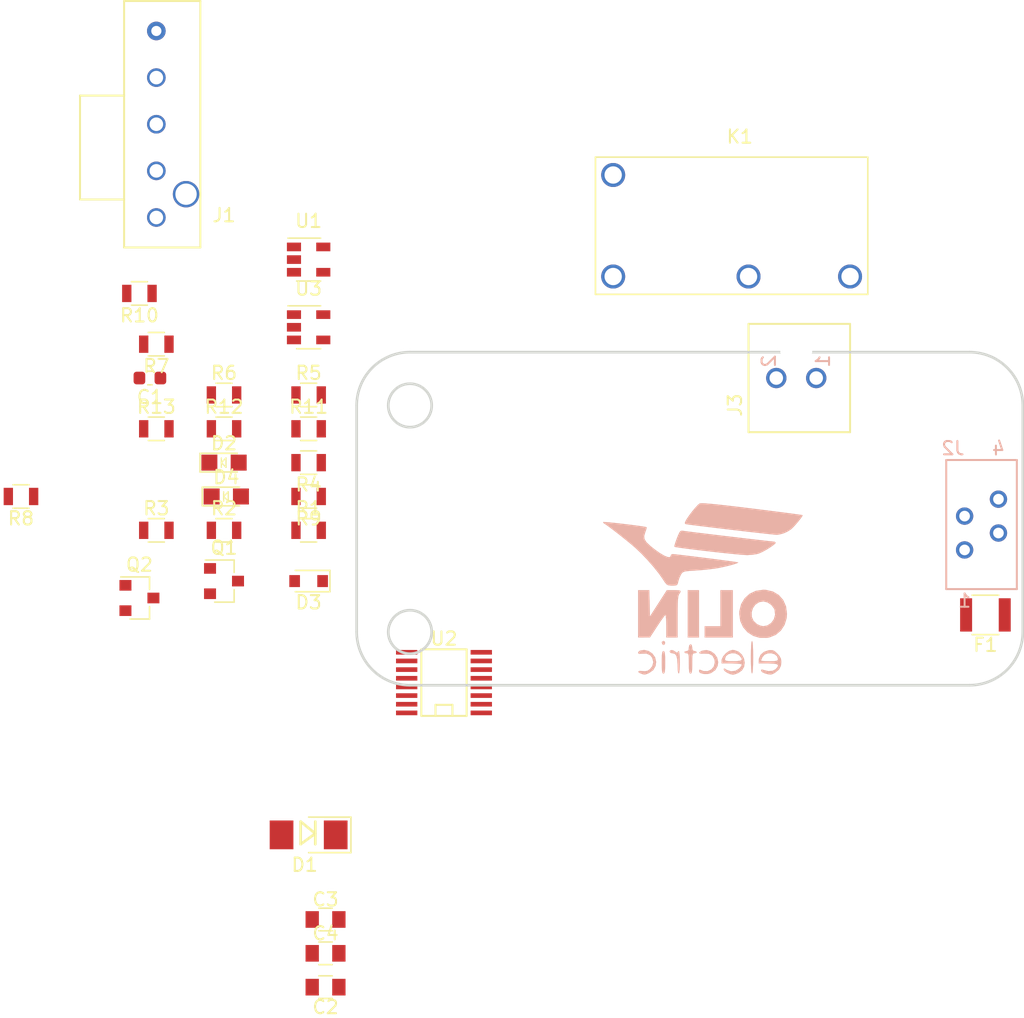
<source format=kicad_pcb>
(kicad_pcb (version 20171130) (host pcbnew 5.1.7-a382d34a8~87~ubuntu20.04.1)

  (general
    (thickness 1.6)
    (drawings 10)
    (tracks 1)
    (zones 0)
    (modules 32)
    (nets 24)
  )

  (page A4)
  (title_block
    (title "IMD Latch")
    (date 2020-01-03)
    (rev 1)
    (comment 1 "Aditya Sudhakar")
  )

  (layers
    (0 F.Cu signal)
    (31 B.Cu signal)
    (32 B.Adhes user)
    (33 F.Adhes user)
    (34 B.Paste user)
    (35 F.Paste user)
    (36 B.SilkS user)
    (37 F.SilkS user)
    (38 B.Mask user)
    (39 F.Mask user)
    (40 Dwgs.User user)
    (41 Cmts.User user)
    (42 Eco1.User user)
    (43 Eco2.User user)
    (44 Edge.Cuts user)
    (45 Margin user)
    (46 B.CrtYd user)
    (47 F.CrtYd user)
    (48 B.Fab user)
    (49 F.Fab user)
  )

  (setup
    (last_trace_width 0.1524)
    (user_trace_width 0.254)
    (user_trace_width 0.4064)
    (user_trace_width 0.61)
    (user_trace_width 0.762)
    (trace_clearance 0.1524)
    (zone_clearance 0.508)
    (zone_45_only yes)
    (trace_min 0.1524)
    (via_size 0.6096)
    (via_drill 0.3048)
    (via_min_size 0.6096)
    (via_min_drill 0.3048)
    (uvia_size 0.3)
    (uvia_drill 0.1)
    (uvias_allowed no)
    (uvia_min_size 0.2)
    (uvia_min_drill 0.1)
    (edge_width 0.05)
    (segment_width 0.2)
    (pcb_text_width 0.3)
    (pcb_text_size 1.5 1.5)
    (mod_edge_width 0.12)
    (mod_text_size 1 1)
    (mod_text_width 0.15)
    (pad_size 1.524 1.524)
    (pad_drill 0.762)
    (pad_to_mask_clearance 0.051)
    (solder_mask_min_width 0.25)
    (aux_axis_origin 0 0)
    (visible_elements FFFFEF7F)
    (pcbplotparams
      (layerselection 0x010fc_ffffffff)
      (usegerberextensions false)
      (usegerberattributes false)
      (usegerberadvancedattributes false)
      (creategerberjobfile false)
      (excludeedgelayer true)
      (linewidth 0.100000)
      (plotframeref false)
      (viasonmask false)
      (mode 1)
      (useauxorigin false)
      (hpglpennumber 1)
      (hpglpenspeed 20)
      (hpglpendiameter 15.000000)
      (psnegative false)
      (psa4output false)
      (plotreference true)
      (plotvalue true)
      (plotinvisibletext false)
      (padsonsilk false)
      (subtractmaskfromsilk false)
      (outputformat 1)
      (mirror false)
      (drillshape 1)
      (scaleselection 1)
      (outputdirectory ""))
  )

  (net 0 "")
  (net 1 GND)
  (net 2 /12V_Fused)
  (net 3 +12V)
  (net 4 /IMD_Output)
  (net 5 "Net-(C1-Pad1)")
  (net 6 "Net-(D2-Pad2)")
  (net 7 "Net-(D3-Pad2)")
  (net 8 "Net-(D4-Pad1)")
  (net 9 "Net-(D4-Pad2)")
  (net 10 "Net-(J3-Pad1)")
  (net 11 "Net-(J3-Pad2)")
  (net 12 /IMD_Status_Output)
  (net 13 "Net-(R1-Pad1)")
  (net 14 "Net-(R2-Pad1)")
  (net 15 "Net-(R5-Pad1)")
  (net 16 "Net-(R11-Pad1)")
  (net 17 "Net-(R12-Pad1)")
  (net 18 "Net-(U1-Pad4)")
  (net 19 "Net-(U2-Pad1)")
  (net 20 "Net-(U2-Pad2)")
  (net 21 "Net-(U2-Pad4)")
  (net 22 "Net-(U2-Pad9)")
  (net 23 "Net-(U2-Pad10)")

  (net_class Default "This is the default net class."
    (clearance 0.1524)
    (trace_width 0.1524)
    (via_dia 0.6096)
    (via_drill 0.3048)
    (uvia_dia 0.3)
    (uvia_drill 0.1)
    (add_net +12V)
    (add_net /12V_Fused)
    (add_net /IMD_Output)
    (add_net /IMD_Status_Output)
    (add_net GND)
    (add_net "Net-(C1-Pad1)")
    (add_net "Net-(D2-Pad2)")
    (add_net "Net-(D3-Pad2)")
    (add_net "Net-(D4-Pad1)")
    (add_net "Net-(D4-Pad2)")
    (add_net "Net-(J3-Pad1)")
    (add_net "Net-(J3-Pad2)")
    (add_net "Net-(R1-Pad1)")
    (add_net "Net-(R11-Pad1)")
    (add_net "Net-(R12-Pad1)")
    (add_net "Net-(R2-Pad1)")
    (add_net "Net-(R5-Pad1)")
    (add_net "Net-(U1-Pad4)")
    (add_net "Net-(U2-Pad1)")
    (add_net "Net-(U2-Pad10)")
    (add_net "Net-(U2-Pad2)")
    (add_net "Net-(U2-Pad4)")
    (add_net "Net-(U2-Pad9)")
  )

  (module footprints:Small_OE_Logo (layer B.Cu) (tedit 0) (tstamp 5FB9E5D0)
    (at 215.06 114.81 180)
    (fp_text reference G*** (at 0 0) (layer B.SilkS) hide
      (effects (font (size 1.524 1.524) (thickness 0.3)) (justify mirror))
    )
    (fp_text value LOGO (at 0.75 0) (layer B.SilkS) hide
      (effects (font (size 1.524 1.524) (thickness 0.3)) (justify mirror))
    )
    (fp_poly (pts (xy -4.887268 -4.682934) (xy -4.541491 -4.797067) (xy -4.288191 -5.016087) (xy -4.158836 -5.308444)
      (xy -4.148667 -5.423388) (xy -4.148667 -5.672667) (xy -4.868333 -5.672667) (xy -5.26443 -5.684317)
      (xy -5.503924 -5.725379) (xy -5.598329 -5.805013) (xy -5.559161 -5.932384) (xy -5.410548 -6.104119)
      (xy -5.178996 -6.225888) (xy -4.862919 -6.246331) (xy -4.515058 -6.163276) (xy -4.466167 -6.142977)
      (xy -4.344856 -6.128126) (xy -4.318 -6.209962) (xy -4.39668 -6.324792) (xy -4.609107 -6.422556)
      (xy -4.6355 -6.430215) (xy -4.895626 -6.496132) (xy -5.066504 -6.506217) (xy -5.221124 -6.453136)
      (xy -5.392097 -6.354214) (xy -5.670345 -6.126892) (xy -5.810488 -5.846159) (xy -5.842 -5.542766)
      (xy -5.814316 -5.347122) (xy -5.588 -5.347122) (xy -5.569339 -5.427363) (xy -5.490339 -5.474469)
      (xy -5.316475 -5.496935) (xy -5.013224 -5.503253) (xy -4.953 -5.503333) (xy -4.64945 -5.498637)
      (xy -4.42491 -5.486214) (xy -4.320767 -5.468565) (xy -4.318 -5.464984) (xy -4.349381 -5.368183)
      (xy -4.417182 -5.208954) (xy -4.578529 -5.018076) (xy -4.814485 -4.919274) (xy -5.079223 -4.907139)
      (xy -5.326917 -4.976264) (xy -5.511739 -5.121241) (xy -5.587864 -5.336661) (xy -5.588 -5.347122)
      (xy -5.814316 -5.347122) (xy -5.807925 -5.301962) (xy -5.683207 -5.086735) (xy -5.543303 -4.933702)
      (xy -5.346969 -4.754198) (xy -5.188056 -4.675671) (xy -4.993968 -4.670371) (xy -4.887268 -4.682934)) (layer B.SilkS) (width 0.01))
    (fp_poly (pts (xy -1.932538 -4.726188) (xy -1.684661 -4.901753) (xy -1.478323 -5.134749) (xy -1.363776 -5.376244)
      (xy -1.354667 -5.452533) (xy -1.354667 -5.672667) (xy -2.116667 -5.672667) (xy -2.503186 -5.682109)
      (xy -2.762344 -5.708977) (xy -2.875284 -5.751079) (xy -2.878667 -5.761182) (xy -2.823598 -5.876111)
      (xy -2.68918 -6.03884) (xy -2.670849 -6.057515) (xy -2.393472 -6.225031) (xy -2.066651 -6.260931)
      (xy -1.753376 -6.160221) (xy -1.712172 -6.133532) (xy -1.576319 -6.049174) (xy -1.528838 -6.070057)
      (xy -1.524 -6.137852) (xy -1.595868 -6.248565) (xy -1.771582 -6.370142) (xy -1.991309 -6.470064)
      (xy -2.195212 -6.51581) (xy -2.219781 -6.516019) (xy -2.366648 -6.481827) (xy -2.581023 -6.402737)
      (xy -2.606669 -6.391774) (xy -2.886636 -6.194025) (xy -3.045364 -5.922379) (xy -3.091552 -5.61152)
      (xy -3.052327 -5.396948) (xy -2.873505 -5.396948) (xy -2.762612 -5.46695) (xy -2.504912 -5.498319)
      (xy -2.243667 -5.503333) (xy -1.917488 -5.498742) (xy -1.725999 -5.479308) (xy -1.634675 -5.436538)
      (xy -1.608992 -5.361937) (xy -1.608667 -5.347122) (xy -1.680692 -5.128172) (xy -1.865875 -4.976701)
      (xy -2.117876 -4.903314) (xy -2.390357 -4.918617) (xy -2.636978 -5.033217) (xy -2.706035 -5.095965)
      (xy -2.850382 -5.277043) (xy -2.873505 -5.396948) (xy -3.052327 -5.396948) (xy -3.033897 -5.296137)
      (xy -2.881095 -5.010916) (xy -2.641845 -4.790544) (xy -2.324842 -4.669708) (xy -2.1717 -4.656983)
      (xy -1.932538 -4.726188)) (layer B.SilkS) (width 0.01))
    (fp_poly (pts (xy 0.093472 -4.712103) (xy 0.133479 -4.72888) (xy 0.305686 -4.833377) (xy 0.318879 -4.907815)
      (xy 0.182226 -4.941854) (xy -0.045895 -4.931187) (xy -0.412527 -4.951098) (xy -0.67385 -5.098694)
      (xy -0.819287 -5.365185) (xy -0.846667 -5.596613) (xy -0.773769 -5.902594) (xy -0.581952 -6.128038)
      (xy -0.31153 -6.250015) (xy -0.002818 -6.245593) (xy 0.174899 -6.177688) (xy 0.302585 -6.133852)
      (xy 0.338589 -6.207469) (xy 0.338667 -6.215024) (xy 0.315694 -6.328308) (xy 0.217763 -6.399119)
      (xy 0.001352 -6.455985) (xy -0.042333 -6.464744) (xy -0.312989 -6.464801) (xy -0.560637 -6.398688)
      (xy -0.879957 -6.177809) (xy -1.060542 -5.861645) (xy -1.100667 -5.575657) (xy -1.027281 -5.237558)
      (xy -0.832745 -4.955786) (xy -0.555488 -4.756707) (xy -0.233939 -4.66669) (xy 0.093472 -4.712103)) (layer B.SilkS) (width 0.01))
    (fp_poly (pts (xy 4.776742 -4.708058) (xy 4.893504 -4.812136) (xy 4.910667 -4.875275) (xy 4.857515 -4.951498)
      (xy 4.680796 -4.944969) (xy 4.659781 -4.940923) (xy 4.288247 -4.928926) (xy 4.005546 -5.055616)
      (xy 3.852077 -5.249829) (xy 3.765752 -5.572563) (xy 3.847327 -5.877873) (xy 4.025467 -6.09957)
      (xy 4.203218 -6.224975) (xy 4.410118 -6.257097) (xy 4.568637 -6.242655) (xy 4.804526 -6.234423)
      (xy 4.902729 -6.278818) (xy 4.852003 -6.358361) (xy 4.693488 -6.436762) (xy 4.514672 -6.498192)
      (xy 4.383377 -6.504497) (xy 4.219001 -6.450405) (xy 4.096029 -6.397674) (xy 3.777918 -6.179162)
      (xy 3.597983 -5.863509) (xy 3.556 -5.560694) (xy 3.631656 -5.218059) (xy 3.832617 -4.935052)
      (xy 4.119876 -4.738919) (xy 4.454422 -4.656907) (xy 4.776742 -4.708058)) (layer B.SilkS) (width 0.01))
    (fp_poly (pts (xy -3.60576 -4.061396) (xy -3.579321 -4.297491) (xy -3.562394 -4.672484) (xy -3.556024 -5.171235)
      (xy -3.556 -5.207) (xy -3.56166 -5.713154) (xy -3.577942 -6.096516) (xy -3.603804 -6.341951)
      (xy -3.6382 -6.434321) (xy -3.640667 -6.434667) (xy -3.675574 -6.352604) (xy -3.702013 -6.116508)
      (xy -3.718939 -5.741516) (xy -3.72531 -5.242764) (xy -3.725333 -5.207) (xy -3.719674 -4.700846)
      (xy -3.703392 -4.317483) (xy -3.67753 -4.072048) (xy -3.643133 -3.979679) (xy -3.640667 -3.979333)
      (xy -3.60576 -4.061396)) (layer B.SilkS) (width 0.01))
    (fp_poly (pts (xy 1.074493 -4.309061) (xy 1.100667 -4.487333) (xy 1.127277 -4.673253) (xy 1.226288 -4.738713)
      (xy 1.27 -4.741333) (xy 1.40758 -4.776789) (xy 1.439333 -4.826) (xy 1.368421 -4.89479)
      (xy 1.27 -4.910667) (xy 1.189548 -4.923399) (xy 1.139556 -4.983082) (xy 1.112863 -5.121946)
      (xy 1.102306 -5.372219) (xy 1.100667 -5.672667) (xy 1.095717 -6.044416) (xy 1.077654 -6.275974)
      (xy 1.041655 -6.396278) (xy 0.982896 -6.434265) (xy 0.973667 -6.434667) (xy 0.911708 -6.404971)
      (xy 0.873115 -6.296594) (xy 0.853065 -6.080597) (xy 0.846733 -5.728041) (xy 0.846667 -5.672667)
      (xy 0.843837 -5.310632) (xy 0.830574 -5.085669) (xy 0.799715 -4.96555) (xy 0.744099 -4.918046)
      (xy 0.677333 -4.910667) (xy 0.539753 -4.87521) (xy 0.508 -4.826) (xy 0.578912 -4.75721)
      (xy 0.677333 -4.741333) (xy 0.80128 -4.701417) (xy 0.84492 -4.5529) (xy 0.846667 -4.487333)
      (xy 0.884531 -4.285681) (xy 0.973667 -4.233333) (xy 1.074493 -4.309061)) (layer B.SilkS) (width 0.01))
    (fp_poly (pts (xy 2.535186 -4.745512) (xy 2.54 -4.783667) (xy 2.466562 -4.885909) (xy 2.331312 -4.910667)
      (xy 2.1538 -4.95385) (xy 2.036483 -5.097382) (xy 1.970662 -5.362237) (xy 1.947637 -5.769387)
      (xy 1.947333 -5.836434) (xy 1.936241 -6.142581) (xy 1.906469 -6.354373) (xy 1.863277 -6.434653)
      (xy 1.862667 -6.434667) (xy 1.823335 -6.354171) (xy 1.794898 -6.12895) (xy 1.779797 -5.783397)
      (xy 1.778 -5.588) (xy 1.786049 -5.19468) (xy 1.808572 -4.910316) (xy 1.843127 -4.759305)
      (xy 1.862667 -4.741333) (xy 1.942724 -4.807369) (xy 1.947333 -4.839122) (xy 1.996241 -4.86939)
      (xy 2.102167 -4.796789) (xy 2.285367 -4.683687) (xy 2.446675 -4.666086) (xy 2.535186 -4.745512)) (layer B.SilkS) (width 0.01))
    (fp_poly (pts (xy 3.064889 -4.769311) (xy 3.102911 -4.871814) (xy 3.123911 -5.076693) (xy 3.132065 -5.411801)
      (xy 3.132667 -5.588) (xy 3.12847 -5.982818) (xy 3.113094 -6.2363) (xy 3.082362 -6.376296)
      (xy 3.032096 -6.43066) (xy 3.005667 -6.434667) (xy 2.946444 -6.406688) (xy 2.908422 -6.304185)
      (xy 2.887422 -6.099306) (xy 2.879268 -5.764199) (xy 2.878667 -5.588) (xy 2.882863 -5.193182)
      (xy 2.898239 -4.9397) (xy 2.928971 -4.799703) (xy 2.979237 -4.74534) (xy 3.005667 -4.741333)
      (xy 3.064889 -4.769311)) (layer B.SilkS) (width 0.01))
    (fp_poly (pts (xy 3.117973 -4.044545) (xy 3.132667 -4.101336) (xy 3.085795 -4.239919) (xy 2.985767 -4.287024)
      (xy 2.932809 -4.259254) (xy 2.877777 -4.12465) (xy 2.92838 -4.007001) (xy 3.005667 -3.979333)
      (xy 3.117973 -4.044545)) (layer B.SilkS) (width 0.01))
    (fp_poly (pts (xy -3.941187 -0.218908) (xy -3.468972 -0.436496) (xy -3.090455 -0.774977) (xy -2.8254 -1.214581)
      (xy -2.693573 -1.735535) (xy -2.68252 -1.947333) (xy -2.758867 -2.487242) (xy -2.972977 -2.954749)
      (xy -3.302452 -3.332431) (xy -3.724895 -3.602863) (xy -4.217908 -3.748622) (xy -4.759095 -3.752284)
      (xy -4.95674 -3.716543) (xy -5.423536 -3.526867) (xy -5.805322 -3.206739) (xy -6.083315 -2.781555)
      (xy -6.238732 -2.276708) (xy -6.260284 -2.009842) (xy -5.375176 -2.009842) (xy -5.281483 -2.352587)
      (xy -5.076007 -2.635802) (xy -4.783996 -2.822604) (xy -4.487333 -2.878034) (xy -4.270321 -2.83391)
      (xy -4.027773 -2.726581) (xy -4.009229 -2.715569) (xy -3.752506 -2.474875) (xy -3.622894 -2.172149)
      (xy -3.610028 -1.844223) (xy -3.703543 -1.527929) (xy -3.893073 -1.2601) (xy -4.168254 -1.077567)
      (xy -4.487333 -1.016633) (xy -4.807377 -1.092651) (xy -5.098608 -1.291505) (xy -5.302112 -1.569396)
      (xy -5.331838 -1.644447) (xy -5.375176 -2.009842) (xy -6.260284 -2.009842) (xy -6.265333 -1.947333)
      (xy -6.191566 -1.385854) (xy -5.980879 -0.909324) (xy -5.649192 -0.533912) (xy -5.21243 -0.275783)
      (xy -4.686512 -0.151105) (xy -4.487333 -0.141985) (xy -3.941187 -0.218908)) (layer B.SilkS) (width 0.01))
    (fp_poly (pts (xy -1.27 -2.878667) (xy -0.084667 -2.878667) (xy -0.084667 -3.725333) (xy -2.201333 -3.725333)
      (xy -2.201333 -0.169333) (xy -1.27 -0.169333) (xy -1.27 -2.878667)) (layer B.SilkS) (width 0.01))
    (fp_poly (pts (xy 1.185333 -3.725333) (xy 0.338667 -3.725333) (xy 0.338667 -0.169333) (xy 1.185333 -0.169333)
      (xy 1.185333 -3.725333)) (layer B.SilkS) (width 0.01))
    (fp_poly (pts (xy 4.910667 -3.725333) (xy 4.021667 -3.722527) (xy 3.471333 -2.878667) (xy 3.252235 -2.55031)
      (xy 3.063357 -2.281382) (xy 2.924958 -2.09978) (xy 2.8575 -2.033403) (xy 2.830849 -2.111468)
      (xy 2.809705 -2.323085) (xy 2.796755 -2.632494) (xy 2.794 -2.878667) (xy 2.794 -3.725333)
      (xy 1.947333 -3.725333) (xy 1.947333 -2.175182) (xy 1.944605 -1.594305) (xy 1.935323 -1.160007)
      (xy 1.917843 -0.849606) (xy 1.890521 -0.640421) (xy 1.851712 -0.509767) (xy 1.823026 -0.460682)
      (xy 1.726437 -0.312617) (xy 1.72859 -0.225203) (xy 1.850829 -0.182899) (xy 2.114494 -0.170163)
      (xy 2.2225 -0.169783) (xy 2.751667 -0.170233) (xy 4.021667 -2.147739) (xy 4.04552 -1.158536)
      (xy 4.069374 -0.169333) (xy 4.910667 -0.169333) (xy 4.910667 -3.725333)) (layer B.SilkS) (width 0.01))
    (fp_poly (pts (xy 7.532599 4.941623) (xy 7.509105 4.871496) (xy 7.444106 4.824012) (xy 7.279449 4.715353)
      (xy 7.014865 4.52226) (xy 6.680698 4.26848) (xy 6.307291 3.977764) (xy 5.924988 3.673858)
      (xy 5.564132 3.380511) (xy 5.255067 3.121472) (xy 5.131336 3.013918) (xy 4.670737 2.577879)
      (xy 4.190574 2.073922) (xy 3.730255 1.546893) (xy 3.329185 1.04164) (xy 3.061182 0.657924)
      (xy 2.89191 0.401051) (xy 2.765719 0.255816) (xy 2.636051 0.190199) (xy 2.456346 0.172176)
      (xy 2.353336 0.171091) (xy 2.110517 0.177463) (xy 1.985581 0.220958) (xy 1.927149 0.333925)
      (xy 1.901287 0.45568) (xy 1.814687 0.741362) (xy 1.694348 0.993977) (xy 1.624123 1.100972)
      (xy 1.545782 1.174392) (xy 1.426623 1.223083) (xy 1.23394 1.255888) (xy 0.935032 1.281652)
      (xy 0.537731 1.30676) (xy 0.06249 1.343032) (xy -0.425927 1.39278) (xy -0.860228 1.448562)
      (xy -1.098905 1.487763) (xy -1.505908 1.571657) (xy -1.890464 1.662679) (xy -2.221124 1.751975)
      (xy -2.466436 1.830689) (xy -2.594951 1.889968) (xy -2.604026 1.91153) (xy -2.516101 1.929207)
      (xy -2.285588 1.963843) (xy -1.938027 2.012203) (xy -1.498957 2.071051) (xy -0.993914 2.137152)
      (xy -0.448439 2.207271) (xy 0.111932 2.278173) (xy 0.66166 2.346624) (xy 1.175206 2.409387)
      (xy 1.627032 2.463227) (xy 1.991599 2.50491) (xy 2.24337 2.531201) (xy 2.3495 2.539028)
      (xy 2.44319 2.471777) (xy 2.455333 2.413) (xy 2.514619 2.30906) (xy 2.681574 2.312529)
      (xy 2.939839 2.41553) (xy 3.273059 2.610181) (xy 3.664878 2.888604) (xy 3.996696 3.155521)
      (xy 4.280276 3.424224) (xy 4.427763 3.656402) (xy 4.453685 3.892903) (xy 4.372572 4.174572)
      (xy 4.365382 4.191975) (xy 4.290428 4.400772) (xy 4.26516 4.534814) (xy 4.270675 4.552897)
      (xy 4.366591 4.578427) (xy 4.597773 4.617119) (xy 4.932434 4.665184) (xy 5.338783 4.718835)
      (xy 5.785033 4.774282) (xy 6.239393 4.827737) (xy 6.670076 4.875413) (xy 7.045292 4.91352)
      (xy 7.333253 4.938271) (xy 7.502169 4.945878) (xy 7.532599 4.941623)) (layer B.SilkS) (width 0.01))
    (fp_poly (pts (xy 1.728802 4.264087) (xy 1.811139 4.158934) (xy 1.90742 3.947132) (xy 1.994879 3.727072)
      (xy 2.101412 3.437105) (xy 2.170297 3.212777) (xy 2.189052 3.095718) (xy 2.186128 3.089239)
      (xy 2.087671 3.062994) (xy 1.845295 3.022744) (xy 1.483576 2.971308) (xy 1.02709 2.9115)
      (xy 0.500413 2.846138) (xy -0.071878 2.778039) (xy -0.665207 2.710018) (xy -1.254998 2.644893)
      (xy -1.816675 2.585479) (xy -2.325661 2.534595) (xy -2.75738 2.495055) (xy -3.087255 2.469677)
      (xy -3.290711 2.461278) (xy -3.293029 2.461299) (xy -3.641355 2.482417) (xy -3.970647 2.531024)
      (xy -4.163597 2.581708) (xy -4.405193 2.689313) (xy -4.686339 2.841825) (xy -4.96752 3.013932)
      (xy -5.209219 3.180324) (xy -5.371919 3.315688) (xy -5.418667 3.385615) (xy -5.349916 3.461203)
      (xy -5.288909 3.471333) (xy -5.175876 3.481135) (xy -4.91716 3.508766) (xy -4.535169 3.551565)
      (xy -4.05231 3.60687) (xy -3.49099 3.672021) (xy -2.873616 3.744357) (xy -2.222594 3.821216)
      (xy -1.560333 3.899936) (xy -0.909238 3.977858) (xy -0.291716 4.052319) (xy 0.269825 4.120658)
      (xy 0.752978 4.180215) (xy 1.135337 4.228327) (xy 1.394494 4.262335) (xy 1.494462 4.276971)
      (xy 1.632534 4.293223) (xy 1.728802 4.264087)) (layer B.SilkS) (width 0.01))
    (fp_poly (pts (xy 0.257714 6.345348) (xy 0.287891 6.337241) (xy 0.419918 6.231353) (xy 0.613626 6.023881)
      (xy 0.837239 5.754448) (xy 1.058978 5.462679) (xy 1.247068 5.188196) (xy 1.348106 5.015244)
      (xy 1.403878 4.86239) (xy 1.3526 4.793205) (xy 1.337151 4.787515) (xy 1.225061 4.768105)
      (xy 0.967022 4.732437) (xy 0.58536 4.683135) (xy 0.102402 4.622822) (xy -0.459524 4.554123)
      (xy -1.078091 4.47966) (xy -1.730972 4.402059) (xy -2.395839 4.323942) (xy -3.050365 4.247933)
      (xy -3.672224 4.176657) (xy -4.239086 4.112736) (xy -4.728626 4.058796) (xy -5.118516 4.017458)
      (xy -5.386429 3.991348) (xy -5.508546 3.98305) (xy -5.727914 4.014351) (xy -5.991812 4.086006)
      (xy -6.023847 4.097098) (xy -6.298295 4.22176) (xy -6.544692 4.374385) (xy -6.557442 4.384217)
      (xy -6.709678 4.52508) (xy -6.899804 4.729389) (xy -7.097942 4.960766) (xy -7.274217 5.182832)
      (xy -7.398751 5.359207) (xy -7.441667 5.453512) (xy -7.439416 5.45814) (xy -7.351454 5.474776)
      (xy -7.112419 5.509689) (xy -6.739327 5.560649) (xy -6.249192 5.62543) (xy -5.659029 5.7018)
      (xy -4.985853 5.787532) (xy -4.24668 5.880398) (xy -3.64876 5.954681) (xy -2.649333 6.076572)
      (xy -1.809839 6.175191) (xy -1.12259 6.251285) (xy -0.579898 6.3056) (xy -0.174075 6.338885)
      (xy 0.102566 6.351885) (xy 0.257714 6.345348)) (layer B.SilkS) (width 0.01))
  )

  (module footprints:micromatch_female_ra_4 (layer B.Cu) (tedit 59EE8038) (tstamp 5FB9E055)
    (at 234.6579 106.8832)
    (path /5DE95A3D)
    (fp_text reference J2 (at -0.8763 -2.5527) (layer B.SilkS)
      (effects (font (size 1 1) (thickness 0.15)) (justify mirror))
    )
    (fp_text value MM_F_RA_04 (at 6.35 1.27 270) (layer B.Fab) hide
      (effects (font (size 1 1) (thickness 0.15)) (justify mirror))
    )
    (fp_line (start -1.38 -1.67) (end 3.92 -1.67) (layer B.SilkS) (width 0.15))
    (fp_line (start -1.38 8.02) (end 3.92 8.02) (layer B.SilkS) (width 0.15))
    (fp_line (start -1.38 -1.67) (end -1.38 8.02) (layer B.SilkS) (width 0.15))
    (fp_line (start 3.92 -1.67) (end 3.92 8.02) (layer B.SilkS) (width 0.15))
    (fp_text user 4 (at 2.54 -2.54) (layer B.SilkS)
      (effects (font (size 1 1) (thickness 0.15)) (justify mirror))
    )
    (fp_text user 1 (at 0 8.89) (layer B.SilkS)
      (effects (font (size 1 1) (thickness 0.15)) (justify mirror))
    )
    (pad 3 thru_hole circle (at 0 2.54) (size 1.3 1.3) (drill 0.8) (layers *.Cu *.Mask)
      (net 4 /IMD_Output))
    (pad 1 thru_hole circle (at 0 5.08) (size 1.3 1.3) (drill 0.8) (layers *.Cu *.Mask)
      (net 1 GND))
    (pad 2 thru_hole circle (at 2.54 3.81) (size 1.3 1.3) (drill 0.8) (layers *.Cu *.Mask)
      (net 3 +12V))
    (pad 4 thru_hole circle (at 2.54 1.27) (size 1.3 1.3) (drill 0.8) (layers *.Cu *.Mask)
      (net 1 GND))
  )

  (module footprints:C_0603_1608Metric (layer F.Cu) (tedit 5B301BBE) (tstamp 5FB9E022)
    (at 173.5075 99.06 180)
    (descr "Capacitor SMD 0603 (1608 Metric), square (rectangular) end terminal, IPC_7351 nominal, (Body size source: http://www.tortai-tech.com/upload/download/2011102023233369053.pdf), generated with kicad-footprint-generator")
    (tags capacitor)
    (path /5DE6EA75)
    (attr smd)
    (fp_text reference C1 (at 0 -1.43) (layer F.SilkS)
      (effects (font (size 1 1) (thickness 0.15)))
    )
    (fp_text value C_2.2uF (at 0 1.43) (layer F.Fab)
      (effects (font (size 1 1) (thickness 0.15)))
    )
    (fp_line (start -0.8 0.4) (end -0.8 -0.4) (layer F.Fab) (width 0.1))
    (fp_line (start -0.8 -0.4) (end 0.8 -0.4) (layer F.Fab) (width 0.1))
    (fp_line (start 0.8 -0.4) (end 0.8 0.4) (layer F.Fab) (width 0.1))
    (fp_line (start 0.8 0.4) (end -0.8 0.4) (layer F.Fab) (width 0.1))
    (fp_line (start -0.162779 -0.51) (end 0.162779 -0.51) (layer F.SilkS) (width 0.12))
    (fp_line (start -0.162779 0.51) (end 0.162779 0.51) (layer F.SilkS) (width 0.12))
    (fp_line (start -1.48 0.73) (end -1.48 -0.73) (layer F.CrtYd) (width 0.05))
    (fp_line (start -1.48 -0.73) (end 1.48 -0.73) (layer F.CrtYd) (width 0.05))
    (fp_line (start 1.48 -0.73) (end 1.48 0.73) (layer F.CrtYd) (width 0.05))
    (fp_line (start 1.48 0.73) (end -1.48 0.73) (layer F.CrtYd) (width 0.05))
    (fp_text user %R (at 0 0 270) (layer F.Fab)
      (effects (font (size 0.4 0.4) (thickness 0.06)))
    )
    (pad 1 smd roundrect (at -0.7875 0 180) (size 0.875 0.95) (layers F.Cu F.Paste F.Mask) (roundrect_rratio 0.25)
      (net 5 "Net-(C1-Pad1)"))
    (pad 2 smd roundrect (at 0.7875 0 180) (size 0.875 0.95) (layers F.Cu F.Paste F.Mask) (roundrect_rratio 0.25)
      (net 1 GND))
    (model ${KISYS3DMOD}/Capacitor_SMD.3dshapes/C_0603_1608Metric.wrl
      (at (xyz 0 0 0))
      (scale (xyz 1 1 1))
      (rotate (xyz 0 0 0))
    )
  )

  (module footprints:C_0805_OEM (layer F.Cu) (tedit 5C3D8347) (tstamp 5FB9E979)
    (at 186.69 144.78 180)
    (descr "Capacitor SMD 0805, reflow soldering, AVX (see smccp.pdf)")
    (tags "capacitor 0805")
    (path /5DE9D456)
    (attr smd)
    (fp_text reference C2 (at 0 -1.5) (layer F.SilkS)
      (effects (font (size 1 1) (thickness 0.15)))
    )
    (fp_text value C_10uF_16V (at 0 1.75) (layer F.Fab) hide
      (effects (font (size 1 1) (thickness 0.15)))
    )
    (fp_line (start -1 0.62) (end -1 -0.62) (layer F.Fab) (width 0.1))
    (fp_line (start 1 0.62) (end -1 0.62) (layer F.Fab) (width 0.1))
    (fp_line (start 1 -0.62) (end 1 0.62) (layer F.Fab) (width 0.1))
    (fp_line (start -1 -0.62) (end 1 -0.62) (layer F.Fab) (width 0.1))
    (fp_line (start 0.5 -0.85) (end -0.5 -0.85) (layer F.SilkS) (width 0.12))
    (fp_line (start -0.5 0.85) (end 0.5 0.85) (layer F.SilkS) (width 0.12))
    (fp_line (start -1.75 -0.88) (end 1.75 -0.88) (layer F.CrtYd) (width 0.05))
    (fp_line (start -1.75 -0.88) (end -1.75 0.87) (layer F.CrtYd) (width 0.05))
    (fp_line (start 1.75 0.87) (end 1.75 -0.88) (layer F.CrtYd) (width 0.05))
    (fp_line (start 1.75 0.87) (end -1.75 0.87) (layer F.CrtYd) (width 0.05))
    (pad 1 smd rect (at -1 0 180) (size 1 1.25) (layers F.Cu F.Paste F.Mask)
      (net 2 /12V_Fused))
    (pad 2 smd rect (at 1 0 180) (size 1 1.25) (layers F.Cu F.Paste F.Mask)
      (net 1 GND))
    (model ${LOCAL_DIR}/OEM_Preferred_Parts/3DModels/C_0805_OEM/C_0805.step
      (at (xyz 0 0 0))
      (scale (xyz 1 1 1))
      (rotate (xyz 0 0 0))
    )
    (model ${LOCAL_DIR}/OEM_Preferred_Parts/3DModels/C_0805_OEM/C_0805.step
      (at (xyz 0 0 0))
      (scale (xyz 1 1 1))
      (rotate (xyz 0 0 0))
    )
  )

  (module footprints:C_0805_OEM (layer F.Cu) (tedit 5C3D8347) (tstamp 5FB9E54F)
    (at 186.69 139.7)
    (descr "Capacitor SMD 0805, reflow soldering, AVX (see smccp.pdf)")
    (tags "capacitor 0805")
    (path /5E24B59E)
    (attr smd)
    (fp_text reference C3 (at 0 -1.5) (layer F.SilkS)
      (effects (font (size 1 1) (thickness 0.15)))
    )
    (fp_text value C_0.1uF (at 0 1.75) (layer F.Fab) hide
      (effects (font (size 1 1) (thickness 0.15)))
    )
    (fp_line (start 1.75 0.87) (end -1.75 0.87) (layer F.CrtYd) (width 0.05))
    (fp_line (start 1.75 0.87) (end 1.75 -0.88) (layer F.CrtYd) (width 0.05))
    (fp_line (start -1.75 -0.88) (end -1.75 0.87) (layer F.CrtYd) (width 0.05))
    (fp_line (start -1.75 -0.88) (end 1.75 -0.88) (layer F.CrtYd) (width 0.05))
    (fp_line (start -0.5 0.85) (end 0.5 0.85) (layer F.SilkS) (width 0.12))
    (fp_line (start 0.5 -0.85) (end -0.5 -0.85) (layer F.SilkS) (width 0.12))
    (fp_line (start -1 -0.62) (end 1 -0.62) (layer F.Fab) (width 0.1))
    (fp_line (start 1 -0.62) (end 1 0.62) (layer F.Fab) (width 0.1))
    (fp_line (start 1 0.62) (end -1 0.62) (layer F.Fab) (width 0.1))
    (fp_line (start -1 0.62) (end -1 -0.62) (layer F.Fab) (width 0.1))
    (pad 2 smd rect (at 1 0) (size 1 1.25) (layers F.Cu F.Paste F.Mask)
      (net 2 /12V_Fused))
    (pad 1 smd rect (at -1 0) (size 1 1.25) (layers F.Cu F.Paste F.Mask)
      (net 1 GND))
    (model ${LOCAL_DIR}/OEM_Preferred_Parts/3DModels/C_0805_OEM/C_0805.step
      (at (xyz 0 0 0))
      (scale (xyz 1 1 1))
      (rotate (xyz 0 0 0))
    )
    (model ${LOCAL_DIR}/OEM_Preferred_Parts/3DModels/C_0805_OEM/C_0805.step
      (at (xyz 0 0 0))
      (scale (xyz 1 1 1))
      (rotate (xyz 0 0 0))
    )
  )

  (module footprints:C_0805_OEM (layer F.Cu) (tedit 5C3D8347) (tstamp 5FB9E522)
    (at 186.69 142.24)
    (descr "Capacitor SMD 0805, reflow soldering, AVX (see smccp.pdf)")
    (tags "capacitor 0805")
    (path /5E259A2A)
    (attr smd)
    (fp_text reference C4 (at 0 -1.5) (layer F.SilkS)
      (effects (font (size 1 1) (thickness 0.15)))
    )
    (fp_text value C_0.1uF (at 0 1.75) (layer F.Fab) hide
      (effects (font (size 1 1) (thickness 0.15)))
    )
    (fp_line (start -1 0.62) (end -1 -0.62) (layer F.Fab) (width 0.1))
    (fp_line (start 1 0.62) (end -1 0.62) (layer F.Fab) (width 0.1))
    (fp_line (start 1 -0.62) (end 1 0.62) (layer F.Fab) (width 0.1))
    (fp_line (start -1 -0.62) (end 1 -0.62) (layer F.Fab) (width 0.1))
    (fp_line (start 0.5 -0.85) (end -0.5 -0.85) (layer F.SilkS) (width 0.12))
    (fp_line (start -0.5 0.85) (end 0.5 0.85) (layer F.SilkS) (width 0.12))
    (fp_line (start -1.75 -0.88) (end 1.75 -0.88) (layer F.CrtYd) (width 0.05))
    (fp_line (start -1.75 -0.88) (end -1.75 0.87) (layer F.CrtYd) (width 0.05))
    (fp_line (start 1.75 0.87) (end 1.75 -0.88) (layer F.CrtYd) (width 0.05))
    (fp_line (start 1.75 0.87) (end -1.75 0.87) (layer F.CrtYd) (width 0.05))
    (pad 1 smd rect (at -1 0) (size 1 1.25) (layers F.Cu F.Paste F.Mask)
      (net 1 GND))
    (pad 2 smd rect (at 1 0) (size 1 1.25) (layers F.Cu F.Paste F.Mask)
      (net 2 /12V_Fused))
    (model ${LOCAL_DIR}/OEM_Preferred_Parts/3DModels/C_0805_OEM/C_0805.step
      (at (xyz 0 0 0))
      (scale (xyz 1 1 1))
      (rotate (xyz 0 0 0))
    )
    (model ${LOCAL_DIR}/OEM_Preferred_Parts/3DModels/C_0805_OEM/C_0805.step
      (at (xyz 0 0 0))
      (scale (xyz 1 1 1))
      (rotate (xyz 0 0 0))
    )
  )

  (module footprints:DO-214AA (layer F.Cu) (tedit 5C16B7E3) (tstamp 5FB9E581)
    (at 185.42 133.35 180)
    (descr "http://www.diodes.com/datasheets/ap02001.pdf p.144")
    (tags "Diode SOD523")
    (path /5DEA1387)
    (attr smd)
    (fp_text reference D1 (at 0.3 -2.25) (layer F.SilkS)
      (effects (font (size 1 1) (thickness 0.15)))
    )
    (fp_text value D_Zener_18V (at 0 2.286) (layer F.Fab) hide
      (effects (font (size 1 1) (thickness 0.15)))
    )
    (fp_line (start 0.6 1) (end -0.5 0.1) (layer F.SilkS) (width 0.2))
    (fp_line (start 0.6 -0.7) (end 0.6 1) (layer F.SilkS) (width 0.2))
    (fp_line (start -0.5 0.1) (end 0.6 -0.7) (layer F.SilkS) (width 0.2))
    (fp_line (start -0.5 -0.7) (end -0.5 1) (layer F.SilkS) (width 0.2))
    (fp_line (start -3.175 -1.3335) (end -3.175 1.3335) (layer F.SilkS) (width 0.12))
    (fp_line (start 3.302 -1.4605) (end 3.302 1.4605) (layer F.CrtYd) (width 0.05))
    (fp_line (start -3.302 -1.4605) (end 3.302 -1.4605) (layer F.CrtYd) (width 0.05))
    (fp_line (start -3.302 -1.4605) (end -3.302 1.4605) (layer F.CrtYd) (width 0.05))
    (fp_line (start -3.302 1.4605) (end 3.302 1.4605) (layer F.CrtYd) (width 0.05))
    (fp_line (start 2.3749 -1.9685) (end 2.3749 1.9685) (layer F.Fab) (width 0.1))
    (fp_line (start -2.3749 -1.9685) (end 2.3749 -1.9685) (layer F.Fab) (width 0.1))
    (fp_line (start -2.3749 -1.9685) (end -2.3749 1.9685) (layer F.Fab) (width 0.1))
    (fp_line (start 2.3749 1.9685) (end -2.3749 1.9685) (layer F.Fab) (width 0.1))
    (fp_line (start -3.175 1.3335) (end 0 1.3335) (layer F.SilkS) (width 0.12))
    (fp_line (start -3.175 -1.3335) (end 0 -1.3335) (layer F.SilkS) (width 0.12))
    (pad 2 smd rect (at 2.032 0) (size 1.778 2.159) (layers F.Cu F.Paste F.Mask)
      (net 1 GND))
    (pad 1 smd rect (at -2.032 0) (size 1.778 2.159) (layers F.Cu F.Paste F.Mask)
      (net 2 /12V_Fused))
    (model ${LOCAL_DIR}/OEM_Preferred_Parts/3DModels/DO_214AA_OEM/DO_214AA.wrl
      (at (xyz 0 0 0))
      (scale (xyz 1 1 1))
      (rotate (xyz 0 0 0))
    )
  )

  (module footprints:LED_0805_OEM (layer F.Cu) (tedit 5C3D84D8) (tstamp 5FB9DF1C)
    (at 179.07 105.41)
    (descr "LED 0805 smd package")
    (tags "LED led 0805 SMD smd SMT smt smdled SMDLED smtled SMTLED")
    (path /5DE9BF36)
    (attr smd)
    (fp_text reference D2 (at 0 -1.45) (layer F.SilkS)
      (effects (font (size 1 1) (thickness 0.15)))
    )
    (fp_text value LED_0805 (at 0.508 2.032) (layer F.Fab) hide
      (effects (font (size 1 1) (thickness 0.15)))
    )
    (fp_line (start -0.2 0.35) (end -0.2 0) (layer F.SilkS) (width 0.1))
    (fp_line (start -0.2 0) (end -0.2 -0.35) (layer F.SilkS) (width 0.1))
    (fp_line (start 0.15 0.35) (end -0.2 0) (layer F.SilkS) (width 0.1))
    (fp_line (start 0.15 0.3) (end 0.15 0.35) (layer F.SilkS) (width 0.1))
    (fp_line (start 0.15 0.35) (end 0.15 0.3) (layer F.SilkS) (width 0.1))
    (fp_line (start 0.15 -0.35) (end 0.15 0.3) (layer F.SilkS) (width 0.1))
    (fp_line (start 0.1 -0.3) (end 0.15 -0.35) (layer F.SilkS) (width 0.1))
    (fp_line (start -0.2 0) (end 0.1 -0.3) (layer F.SilkS) (width 0.1))
    (fp_line (start -1.8 -0.7) (end -1.8 0.7) (layer F.SilkS) (width 0.12))
    (fp_line (start 1 0.6) (end -1 0.6) (layer F.Fab) (width 0.1))
    (fp_line (start 1 -0.6) (end 1 0.6) (layer F.Fab) (width 0.1))
    (fp_line (start -1 -0.6) (end 1 -0.6) (layer F.Fab) (width 0.1))
    (fp_line (start -1 0.6) (end -1 -0.6) (layer F.Fab) (width 0.1))
    (fp_line (start -1.8 0.7) (end 1 0.7) (layer F.SilkS) (width 0.12))
    (fp_line (start -1.8 -0.7) (end 1 -0.7) (layer F.SilkS) (width 0.12))
    (fp_line (start 1.95 -0.85) (end 1.95 0.85) (layer F.CrtYd) (width 0.05))
    (fp_line (start 1.95 0.85) (end -1.95 0.85) (layer F.CrtYd) (width 0.05))
    (fp_line (start -1.95 0.85) (end -1.95 -0.85) (layer F.CrtYd) (width 0.05))
    (fp_line (start -1.95 -0.85) (end 1.95 -0.85) (layer F.CrtYd) (width 0.05))
    (pad 2 smd rect (at 1.1 0 180) (size 1.2 1.2) (layers F.Cu F.Paste F.Mask)
      (net 6 "Net-(D2-Pad2)"))
    (pad 1 smd rect (at -1.1 0 180) (size 1.2 1.2) (layers F.Cu F.Paste F.Mask)
      (net 1 GND))
    (model "${LOCAL_DIR}/OEM_Preferred_Parts/3DModels/LED_0805/LED 0805 Base GREEN001_sp.wrl"
      (at (xyz 0 0 0))
      (scale (xyz 1 1 1))
      (rotate (xyz 0 0 180))
    )
    (model "${LOCAL_DIR}/OEM_Preferred_Parts/3DModels/LED_0805/LED 0805 Base GREEN001_sp.step"
      (at (xyz 0 0 0))
      (scale (xyz 1 1 1))
      (rotate (xyz 0 0 0))
    )
  )

  (module footprints:D_0805_OEM (layer F.Cu) (tedit 5C16B918) (tstamp 5FB9E1AE)
    (at 185.42 114.3 180)
    (descr "Diode SMD in 0805 package http://datasheets.avx.com/schottky.pdf")
    (tags "smd diode")
    (path /5DEEC1F4)
    (attr smd)
    (fp_text reference D3 (at 0 -1.6) (layer F.SilkS)
      (effects (font (size 1 1) (thickness 0.15)))
    )
    (fp_text value D_Schottky_Small (at 0 1.7) (layer F.Fab) hide
      (effects (font (size 1 1) (thickness 0.15)))
    )
    (fp_line (start -1.6 -0.8) (end -1.6 0.8) (layer F.SilkS) (width 0.12))
    (fp_line (start -1.7 0.88) (end -1.7 -0.88) (layer F.CrtYd) (width 0.05))
    (fp_line (start 1.7 0.88) (end -1.7 0.88) (layer F.CrtYd) (width 0.05))
    (fp_line (start 1.7 -0.88) (end 1.7 0.88) (layer F.CrtYd) (width 0.05))
    (fp_line (start -1.7 -0.88) (end 1.7 -0.88) (layer F.CrtYd) (width 0.05))
    (fp_line (start 0.2 0) (end 0.4 0) (layer F.Fab) (width 0.1))
    (fp_line (start -0.1 0) (end -0.3 0) (layer F.Fab) (width 0.1))
    (fp_line (start -0.1 -0.2) (end -0.1 0.2) (layer F.Fab) (width 0.1))
    (fp_line (start 0.2 0.2) (end 0.2 -0.2) (layer F.Fab) (width 0.1))
    (fp_line (start -0.1 0) (end 0.2 0.2) (layer F.Fab) (width 0.1))
    (fp_line (start 0.2 -0.2) (end -0.1 0) (layer F.Fab) (width 0.1))
    (fp_line (start -1 0.65) (end -1 -0.65) (layer F.Fab) (width 0.1))
    (fp_line (start 1 0.65) (end -1 0.65) (layer F.Fab) (width 0.1))
    (fp_line (start 1 -0.65) (end 1 0.65) (layer F.Fab) (width 0.1))
    (fp_line (start -1 -0.65) (end 1 -0.65) (layer F.Fab) (width 0.1))
    (fp_line (start -1.6 0.8) (end 1 0.8) (layer F.SilkS) (width 0.12))
    (fp_line (start -1.6 -0.8) (end 1 -0.8) (layer F.SilkS) (width 0.12))
    (pad 1 smd rect (at -1.05 0 180) (size 0.8 0.9) (layers F.Cu F.Paste F.Mask)
      (net 2 /12V_Fused))
    (pad 2 smd rect (at 1.05 0 180) (size 0.8 0.9) (layers F.Cu F.Paste F.Mask)
      (net 7 "Net-(D3-Pad2)"))
    (model "${LOCAL_DIR}/OEM_Preferred_Parts/3DModels/LED_0805/LED 0805 Base GREEN001_sp.wrl"
      (at (xyz 0 0 0))
      (scale (xyz 1 1 1))
      (rotate (xyz 0 0 0))
    )
  )

  (module footprints:LED_0805_OEM (layer F.Cu) (tedit 5C3D84D8) (tstamp 5FB9E21F)
    (at 179.24 107.95)
    (descr "LED 0805 smd package")
    (tags "LED led 0805 SMD smd SMT smt smdled SMDLED smtled SMTLED")
    (path /5DED63DE)
    (attr smd)
    (fp_text reference D4 (at 0 -1.45) (layer F.SilkS)
      (effects (font (size 1 1) (thickness 0.15)))
    )
    (fp_text value LED_0805 (at 0.508 2.032) (layer F.Fab) hide
      (effects (font (size 1 1) (thickness 0.15)))
    )
    (fp_line (start -1.95 -0.85) (end 1.95 -0.85) (layer F.CrtYd) (width 0.05))
    (fp_line (start -1.95 0.85) (end -1.95 -0.85) (layer F.CrtYd) (width 0.05))
    (fp_line (start 1.95 0.85) (end -1.95 0.85) (layer F.CrtYd) (width 0.05))
    (fp_line (start 1.95 -0.85) (end 1.95 0.85) (layer F.CrtYd) (width 0.05))
    (fp_line (start -1.8 -0.7) (end 1 -0.7) (layer F.SilkS) (width 0.12))
    (fp_line (start -1.8 0.7) (end 1 0.7) (layer F.SilkS) (width 0.12))
    (fp_line (start -1 0.6) (end -1 -0.6) (layer F.Fab) (width 0.1))
    (fp_line (start -1 -0.6) (end 1 -0.6) (layer F.Fab) (width 0.1))
    (fp_line (start 1 -0.6) (end 1 0.6) (layer F.Fab) (width 0.1))
    (fp_line (start 1 0.6) (end -1 0.6) (layer F.Fab) (width 0.1))
    (fp_line (start -1.8 -0.7) (end -1.8 0.7) (layer F.SilkS) (width 0.12))
    (fp_line (start -0.2 0) (end 0.1 -0.3) (layer F.SilkS) (width 0.1))
    (fp_line (start 0.1 -0.3) (end 0.15 -0.35) (layer F.SilkS) (width 0.1))
    (fp_line (start 0.15 -0.35) (end 0.15 0.3) (layer F.SilkS) (width 0.1))
    (fp_line (start 0.15 0.35) (end 0.15 0.3) (layer F.SilkS) (width 0.1))
    (fp_line (start 0.15 0.3) (end 0.15 0.35) (layer F.SilkS) (width 0.1))
    (fp_line (start 0.15 0.35) (end -0.2 0) (layer F.SilkS) (width 0.1))
    (fp_line (start -0.2 0) (end -0.2 -0.35) (layer F.SilkS) (width 0.1))
    (fp_line (start -0.2 0.35) (end -0.2 0) (layer F.SilkS) (width 0.1))
    (pad 1 smd rect (at -1.1 0 180) (size 1.2 1.2) (layers F.Cu F.Paste F.Mask)
      (net 8 "Net-(D4-Pad1)"))
    (pad 2 smd rect (at 1.1 0 180) (size 1.2 1.2) (layers F.Cu F.Paste F.Mask)
      (net 9 "Net-(D4-Pad2)"))
    (model "${LOCAL_DIR}/OEM_Preferred_Parts/3DModels/LED_0805/LED 0805 Base GREEN001_sp.wrl"
      (at (xyz 0 0 0))
      (scale (xyz 1 1 1))
      (rotate (xyz 0 0 180))
    )
    (model "${LOCAL_DIR}/OEM_Preferred_Parts/3DModels/LED_0805/LED 0805 Base GREEN001_sp.step"
      (at (xyz 0 0 0))
      (scale (xyz 1 1 1))
      (rotate (xyz 0 0 0))
    )
  )

  (module footprints:Fuse_1210 (layer F.Cu) (tedit 5C16ABC6) (tstamp 5FB9E0E4)
    (at 236.22 116.84 180)
    (descr "Resistor SMD 1210, reflow soldering, Vishay (see dcrcw.pdf)")
    (tags "resistor 1210")
    (path /5DE9DA77)
    (attr smd)
    (fp_text reference F1 (at 0 -2.25) (layer F.SilkS)
      (effects (font (size 1 1) (thickness 0.15)))
    )
    (fp_text value F_500mA_16V (at 0 2.4) (layer F.Fab) hide
      (effects (font (size 1 1) (thickness 0.15)))
    )
    (fp_line (start -1.6 1.25) (end -1.6 -1.25) (layer F.Fab) (width 0.1))
    (fp_line (start 1.6 1.25) (end -1.6 1.25) (layer F.Fab) (width 0.1))
    (fp_line (start 1.6 -1.25) (end 1.6 1.25) (layer F.Fab) (width 0.1))
    (fp_line (start -1.6 -1.25) (end 1.6 -1.25) (layer F.Fab) (width 0.1))
    (fp_line (start 1 1.48) (end -1 1.48) (layer F.SilkS) (width 0.12))
    (fp_line (start -1 -1.48) (end 1 -1.48) (layer F.SilkS) (width 0.12))
    (fp_line (start -2.15 -1.5) (end 2.15 -1.5) (layer F.CrtYd) (width 0.05))
    (fp_line (start -2.15 -1.5) (end -2.15 1.5) (layer F.CrtYd) (width 0.05))
    (fp_line (start 2.15 1.5) (end 2.15 -1.5) (layer F.CrtYd) (width 0.05))
    (fp_line (start 2.15 1.5) (end -2.15 1.5) (layer F.CrtYd) (width 0.05))
    (pad 1 smd rect (at -1.45 0 180) (size 0.9 2.5) (layers F.Cu F.Paste F.Mask)
      (net 3 +12V))
    (pad 2 smd rect (at 1.45 0 180) (size 0.9 2.5) (layers F.Cu F.Paste F.Mask)
      (net 2 /12V_Fused))
    (model ${LOCAL_DIR}/OEM_Preferred_Parts/3DModels/Fuse_1210_OEM/Fuse1210.wrl
      (at (xyz 0 0 0))
      (scale (xyz 1 1 1))
      (rotate (xyz 0 0 0))
    )
  )

  (module footprints:Ultrafit_5 (layer F.Cu) (tedit 5C9D72DE) (tstamp 5FB9E2FA)
    (at 173.99 81.76)
    (path /5DE61DDC)
    (fp_text reference J1 (at 5.08 5.08) (layer F.SilkS)
      (effects (font (size 1 1) (thickness 0.15)))
    )
    (fp_text value UF_5_VT (at 4.572 0.508 90) (layer F.Fab) hide
      (effects (font (size 1 1) (thickness 0.15)))
    )
    (fp_line (start -5.588 -3.81) (end -2.54 -3.81) (layer F.Fab) (width 0.15))
    (fp_line (start -2.54 -3.81) (end -2.54 3.81) (layer F.Fab) (width 0.15))
    (fp_line (start -2.54 3.81) (end -5.588 3.81) (layer F.Fab) (width 0.15))
    (fp_line (start -5.588 3.81) (end -5.588 -3.81) (layer F.Fab) (width 0.15))
    (fp_line (start -2.42 -3.9) (end -5.73 -3.9) (layer F.SilkS) (width 0.15))
    (fp_line (start -5.73 -3.9) (end -5.73 3.9) (layer F.SilkS) (width 0.15))
    (fp_line (start -5.73 3.9) (end -2.42 3.9) (layer F.SilkS) (width 0.15))
    (fp_line (start -2.42 7.5) (end 3.302 7.5) (layer F.SilkS) (width 0.15))
    (fp_line (start -2.42 -11) (end 3.302 -11) (layer F.SilkS) (width 0.15))
    (fp_line (start -2.42 7.5) (end -2.42 -11) (layer F.SilkS) (width 0.15))
    (fp_line (start 3.302 7.5) (end 3.302 -11) (layer F.SilkS) (width 0.15))
    (fp_text user "6.55mm Clearance" (at -4.07 0 90) (layer F.Fab)
      (effects (font (size 0.5 0.5) (thickness 0.08)))
    )
    (pad 2 thru_hole circle (at 0 1.75) (size 1.397 1.397) (drill 1.02) (layers *.Cu *.Mask)
      (net 1 GND))
    (pad 1 thru_hole circle (at 0 5.25) (size 1.397 1.397) (drill 1.02) (layers *.Cu *.Mask)
      (net 4 /IMD_Output))
    (pad "" thru_hole circle (at 2.23 3.5) (size 1.981 1.981) (drill 1.6) (layers *.Cu *.Mask))
    (pad 3 thru_hole circle (at 0 -1.75 180) (size 1.397 1.397) (drill 1.02) (layers *.Cu *.Mask)
      (net 2 /12V_Fused))
    (pad 4 thru_hole circle (at 0 -5.25 180) (size 1.397 1.397) (drill 1.02) (layers *.Cu *.Mask)
      (net 1 GND))
    (pad 5 thru_hole circle (at 0 -8.75) (size 1.397 1.397) (drill 0.762) (layers *.Cu *.Mask)
      (net 1 GND))
    (model ${LOCAL_DIR}/OEM_Preferred_Parts/3DModels/Ultrafit-5/COMPOUND_sp.step
      (at (xyz 0 0 0))
      (scale (xyz 1 1 1))
      (rotate (xyz 0 0 0))
    )
  )

  (module footprints:MicroFit_V_2 (layer F.Cu) (tedit 5CAFF1EE) (tstamp 5FB9DFB5)
    (at 223.52 99.06 90)
    (path /5DF02E66)
    (fp_text reference J3 (at -2.032 -6.096 90) (layer F.SilkS)
      (effects (font (size 1 1) (thickness 0.15)))
    )
    (fp_text value MicroFit_V_2 (at 5.588 -9.652 90) (layer F.Fab)
      (effects (font (size 1 1) (thickness 0.15)))
    )
    (fp_line (start -4.064 -5.08) (end 4.064 -5.08) (layer F.SilkS) (width 0.15))
    (fp_line (start 4.064 -5.08) (end 4.064 2.54) (layer F.SilkS) (width 0.15))
    (fp_line (start 4.064 2.54) (end -4.064 2.54) (layer F.SilkS) (width 0.15))
    (fp_line (start -4.064 2.54) (end -4.064 -5.08) (layer F.SilkS) (width 0.15))
    (fp_text user 1 (at 1.27 0.508 90) (layer B.SilkS)
      (effects (font (size 1 1) (thickness 0.15)) (justify mirror))
    )
    (fp_text user 2 (at 1.27 -3.556 90) (layer B.SilkS)
      (effects (font (size 1 1) (thickness 0.15)) (justify mirror))
    )
    (pad 1 thru_hole circle (at 0 0 90) (size 1.524 1.524) (drill 1.016) (layers *.Cu *.Mask)
      (net 10 "Net-(J3-Pad1)"))
    (pad 2 thru_hole circle (at 0 -2.9972 90) (size 1.524 1.524) (drill 1.016) (layers *.Cu *.Mask)
      (net 11 "Net-(J3-Pad2)"))
    (pad "" np_thru_hole circle (at 2.159 -1.4986 90) (size 2.413 2.413) (drill 2.413) (layers *.Cu *.Mask))
    (pad "" np_thru_hole circle (at -2.159 -1.4986 90) (size 2.413 2.413) (drill 2.413) (layers *.Cu *.Mask))
    (pad "" np_thru_hole circle (at -2.9972 -3.937 90) (size 1.016 1.016) (drill 1.016) (layers *.Cu *.Mask))
    (pad "" np_thru_hole circle (at 2.9972 -3.937 90) (size 1.016 1.016) (drill 1.016) (layers *.Cu *.Mask))
    (model ${LOCAL_DIR}/OEM_Preferred_Parts/3DModels/MicroFit_V_2/MicroFit_V_2.stp
      (offset (xyz 0 1.473199977874756 5.079999923706055))
      (scale (xyz 1 1 1))
      (rotate (xyz 0 0 0))
    )
  )

  (module footprints:Relay_SPST_OMRON-G5Q-1A4_OEM (layer F.Cu) (tedit 5C9D72AF) (tstamp 5FB9E499)
    (at 208.28 91.44)
    (descr "Relay SPST-NO Omron Serie G5Q")
    (tags "Relay SPST-NO Omron Serie G5Q")
    (path /5DEEB87A)
    (fp_text reference K1 (at 9.5 -10.5 180) (layer F.SilkS)
      (effects (font (size 1 1) (thickness 0.15)))
    )
    (fp_text value G5Q-1A4-DC5-5V (at 8.8 3) (layer F.Fab) hide
      (effects (font (size 1 1) (thickness 0.15)))
    )
    (fp_line (start 0 -1) (end 0 -6.5) (layer F.Fab) (width 0.1))
    (fp_line (start 18.96 -8.81) (end 18.96 1.19) (layer F.Fab) (width 0.1))
    (fp_line (start 18.96 1.19) (end -1.18 1.19) (layer F.Fab) (width 0.1))
    (fp_line (start -1.18 1.19) (end -1.18 -8.81) (layer F.Fab) (width 0.1))
    (fp_line (start -1.18 -8.81) (end 18.96 -8.81) (layer F.Fab) (width 0.1))
    (fp_line (start -1.45 -9.05) (end 19.2 -9.05) (layer F.CrtYd) (width 0.05))
    (fp_line (start 19.2 -9.05) (end 19.2 1.45) (layer F.CrtYd) (width 0.05))
    (fp_line (start 19.2 1.45) (end -1.45 1.45) (layer F.CrtYd) (width 0.05))
    (fp_line (start -1.45 1.45) (end -1.45 -9.05) (layer F.CrtYd) (width 0.05))
    (fp_line (start 15.24 -3.81) (end 18.03 -5.21) (layer F.Fab) (width 0.12))
    (fp_line (start 17.78 -1.27) (end 17.78 -2.54) (layer F.Fab) (width 0.12))
    (fp_line (start 10.16 -1.27) (end 10.16 -3.81) (layer F.Fab) (width 0.12))
    (fp_line (start 10.16 -3.81) (end 15.24 -3.81) (layer F.Fab) (width 0.12))
    (fp_line (start 2.03 -3.05) (end 3.05 -4.06) (layer F.Fab) (width 0.12))
    (fp_line (start 2.54 -7.62) (end 1.27 -7.62) (layer F.Fab) (width 0.12))
    (fp_line (start 2.54 -4.83) (end 2.54 -7.62) (layer F.Fab) (width 0.12))
    (fp_line (start 2.54 0) (end 2.54 -2.29) (layer F.Fab) (width 0.12))
    (fp_line (start 1.27 0) (end 2.54 0) (layer F.Fab) (width 0.12))
    (fp_line (start 2.54 -2.29) (end 2.03 -2.29) (layer F.Fab) (width 0.12))
    (fp_line (start 2.03 -2.29) (end 2.03 -4.83) (layer F.Fab) (width 0.12))
    (fp_line (start 2.03 -4.83) (end 2.54 -4.83) (layer F.Fab) (width 0.12))
    (fp_line (start 2.54 -4.83) (end 3.05 -4.83) (layer F.Fab) (width 0.12))
    (fp_line (start 3.05 -4.83) (end 3.05 -2.29) (layer F.Fab) (width 0.12))
    (fp_line (start 3.05 -2.29) (end 2.54 -2.29) (layer F.Fab) (width 0.12))
    (fp_line (start -1.33 1.34) (end 19.11 1.34) (layer F.SilkS) (width 0.12))
    (fp_line (start 19.11 1.34) (end 19.11 -8.96) (layer F.SilkS) (width 0.12))
    (fp_line (start -1.33 1.34) (end -1.33 -8.96) (layer F.SilkS) (width 0.12))
    (fp_line (start -1.33 -8.96) (end 19.11 -8.96) (layer F.SilkS) (width 0.12))
    (fp_circle (center 15.24 -3.81) (end 15.24 -3.68) (layer F.Fab) (width 0.12))
    (fp_text user %R (at 9.6 -4.5) (layer F.Fab) hide
      (effects (font (size 1 1) (thickness 0.15)))
    )
    (pad 1 thru_hole circle (at 0 0 180) (size 1.8 1.8) (drill 1.3) (layers *.Cu *.Mask)
      (net 7 "Net-(D3-Pad2)"))
    (pad 2 thru_hole circle (at 10.16 0 180) (size 1.8 1.8) (drill 1.3) (layers *.Cu *.Mask)
      (net 11 "Net-(J3-Pad2)"))
    (pad 3 thru_hole circle (at 17.78 0 180) (size 1.8 1.8) (drill 1.3) (layers *.Cu *.Mask)
      (net 10 "Net-(J3-Pad1)"))
    (pad 5 thru_hole circle (at 0 -7.62 180) (size 1.8 1.8) (drill 1.3) (layers *.Cu *.Mask)
      (net 2 /12V_Fused))
    (model ${LOCAL_DIR}/OEM_Preferred_Parts/3DModels/G5Q_OEM/G5Q.step
      (at (xyz 0 0 0))
      (scale (xyz 1 1 1))
      (rotate (xyz 0 0 0))
    )
  )

  (module footprints:SOT-23F (layer F.Cu) (tedit 5C16B7BE) (tstamp 5FB9DFE6)
    (at 179.07 114.3)
    (descr "SOT-23, Standard")
    (tags SOT-23)
    (path /5DEDBBE2)
    (attr smd)
    (fp_text reference Q1 (at 0 -2.5) (layer F.SilkS)
      (effects (font (size 1 1) (thickness 0.15)))
    )
    (fp_text value SSM3K333R (at 0 2.5) (layer F.Fab) hide
      (effects (font (size 1 1) (thickness 0.15)))
    )
    (fp_line (start -0.7 -0.95) (end -0.7 1.5) (layer F.Fab) (width 0.1))
    (fp_line (start -0.15 -1.52) (end 0.7 -1.52) (layer F.Fab) (width 0.1))
    (fp_line (start -0.7 -0.95) (end -0.15 -1.52) (layer F.Fab) (width 0.1))
    (fp_line (start 0.7 -1.52) (end 0.7 1.52) (layer F.Fab) (width 0.1))
    (fp_line (start -0.7 1.52) (end 0.7 1.52) (layer F.Fab) (width 0.1))
    (fp_line (start 0.76 1.58) (end 0.76 0.65) (layer F.SilkS) (width 0.12))
    (fp_line (start 0.76 -1.58) (end 0.76 -0.65) (layer F.SilkS) (width 0.12))
    (fp_line (start -1.7 -1.75) (end 1.7 -1.75) (layer F.CrtYd) (width 0.05))
    (fp_line (start 1.7 -1.75) (end 1.7 1.75) (layer F.CrtYd) (width 0.05))
    (fp_line (start 1.7 1.75) (end -1.7 1.75) (layer F.CrtYd) (width 0.05))
    (fp_line (start -1.7 1.75) (end -1.7 -1.75) (layer F.CrtYd) (width 0.05))
    (fp_line (start 0.76 -1.58) (end -1.4 -1.58) (layer F.SilkS) (width 0.12))
    (fp_line (start 0.76 1.58) (end -0.7 1.58) (layer F.SilkS) (width 0.12))
    (pad 1 smd rect (at -1.05 -0.95) (size 0.9 0.8) (layers F.Cu F.Paste F.Mask)
      (net 12 /IMD_Status_Output))
    (pad 2 smd rect (at -1.05 0.95) (size 0.9 0.8) (layers F.Cu F.Paste F.Mask)
      (net 1 GND))
    (pad 3 smd rect (at 1.05 0) (size 0.9 0.8) (layers F.Cu F.Paste F.Mask)
      (net 7 "Net-(D3-Pad2)"))
    (model ${LOCAL_DIR}/OEM_Preferred_Parts/3DModels/SOT-23_OEM/SOT-23.wrl
      (at (xyz 0 0 0))
      (scale (xyz 1 1 1))
      (rotate (xyz 0 0 0))
    )
  )

  (module footprints:SOT-23F (layer F.Cu) (tedit 5C16B7BE) (tstamp 5FB9E3F4)
    (at 172.72 115.57)
    (descr "SOT-23, Standard")
    (tags SOT-23)
    (path /5DED4AB9)
    (attr smd)
    (fp_text reference Q2 (at 0 -2.5) (layer F.SilkS)
      (effects (font (size 1 1) (thickness 0.15)))
    )
    (fp_text value SSM3K333R (at 0 2.5) (layer F.Fab) hide
      (effects (font (size 1 1) (thickness 0.15)))
    )
    (fp_line (start -0.7 -0.95) (end -0.7 1.5) (layer F.Fab) (width 0.1))
    (fp_line (start -0.15 -1.52) (end 0.7 -1.52) (layer F.Fab) (width 0.1))
    (fp_line (start -0.7 -0.95) (end -0.15 -1.52) (layer F.Fab) (width 0.1))
    (fp_line (start 0.7 -1.52) (end 0.7 1.52) (layer F.Fab) (width 0.1))
    (fp_line (start -0.7 1.52) (end 0.7 1.52) (layer F.Fab) (width 0.1))
    (fp_line (start 0.76 1.58) (end 0.76 0.65) (layer F.SilkS) (width 0.12))
    (fp_line (start 0.76 -1.58) (end 0.76 -0.65) (layer F.SilkS) (width 0.12))
    (fp_line (start -1.7 -1.75) (end 1.7 -1.75) (layer F.CrtYd) (width 0.05))
    (fp_line (start 1.7 -1.75) (end 1.7 1.75) (layer F.CrtYd) (width 0.05))
    (fp_line (start 1.7 1.75) (end -1.7 1.75) (layer F.CrtYd) (width 0.05))
    (fp_line (start -1.7 1.75) (end -1.7 -1.75) (layer F.CrtYd) (width 0.05))
    (fp_line (start 0.76 -1.58) (end -1.4 -1.58) (layer F.SilkS) (width 0.12))
    (fp_line (start 0.76 1.58) (end -0.7 1.58) (layer F.SilkS) (width 0.12))
    (pad 1 smd rect (at -1.05 -0.95) (size 0.9 0.8) (layers F.Cu F.Paste F.Mask)
      (net 12 /IMD_Status_Output))
    (pad 2 smd rect (at -1.05 0.95) (size 0.9 0.8) (layers F.Cu F.Paste F.Mask)
      (net 1 GND))
    (pad 3 smd rect (at 1.05 0) (size 0.9 0.8) (layers F.Cu F.Paste F.Mask)
      (net 8 "Net-(D4-Pad1)"))
    (model ${LOCAL_DIR}/OEM_Preferred_Parts/3DModels/SOT-23_OEM/SOT-23.wrl
      (at (xyz 0 0 0))
      (scale (xyz 1 1 1))
      (rotate (xyz 0 0 0))
    )
  )

  (module footprints:R_0805_OEM (layer F.Cu) (tedit 5C3D844D) (tstamp 5FB9E429)
    (at 185.42 110.49)
    (descr "Resistor SMD 0805, reflow soldering, Vishay (see dcrcw.pdf)")
    (tags "resistor 0805")
    (path /5DE342A3)
    (attr smd)
    (fp_text reference R1 (at 0 -1.65) (layer F.SilkS)
      (effects (font (size 1 1) (thickness 0.15)))
    )
    (fp_text value R_2.2K (at 0 1.75) (layer F.Fab) hide
      (effects (font (size 1 1) (thickness 0.15)))
    )
    (fp_line (start 1.55 0.9) (end -1.55 0.9) (layer F.CrtYd) (width 0.05))
    (fp_line (start 1.55 0.9) (end 1.55 -0.9) (layer F.CrtYd) (width 0.05))
    (fp_line (start -1.55 -0.9) (end -1.55 0.9) (layer F.CrtYd) (width 0.05))
    (fp_line (start -1.55 -0.9) (end 1.55 -0.9) (layer F.CrtYd) (width 0.05))
    (fp_line (start -0.6 -0.88) (end 0.6 -0.88) (layer F.SilkS) (width 0.12))
    (fp_line (start 0.6 0.88) (end -0.6 0.88) (layer F.SilkS) (width 0.12))
    (fp_line (start -1 -0.62) (end 1 -0.62) (layer F.Fab) (width 0.1))
    (fp_line (start 1 -0.62) (end 1 0.62) (layer F.Fab) (width 0.1))
    (fp_line (start 1 0.62) (end -1 0.62) (layer F.Fab) (width 0.1))
    (fp_line (start -1 0.62) (end -1 -0.62) (layer F.Fab) (width 0.1))
    (pad 2 smd rect (at 0.95 0) (size 0.7 1.3) (layers F.Cu F.Paste F.Mask)
      (net 2 /12V_Fused))
    (pad 1 smd rect (at -0.95 0) (size 0.7 1.3) (layers F.Cu F.Paste F.Mask)
      (net 13 "Net-(R1-Pad1)"))
    (model ${LOCAL_DIR}/OEM_Preferred_Parts/3DModels/R_0805_OEM/res0805.step
      (at (xyz 0 0 0))
      (scale (xyz 1 1 1))
      (rotate (xyz 0 0 0))
    )
    (model ${LOCAL_DIR}/OEM_Preferred_Parts/3DModels/R_0805_OEM/res0805.step
      (at (xyz 0 0 0))
      (scale (xyz 1 1 1))
      (rotate (xyz 0 0 0))
    )
  )

  (module footprints:R_0805_OEM (layer F.Cu) (tedit 5C3D844D) (tstamp 5FB9DF88)
    (at 179.07 110.49)
    (descr "Resistor SMD 0805, reflow soldering, Vishay (see dcrcw.pdf)")
    (tags "resistor 0805")
    (path /5DE346DA)
    (attr smd)
    (fp_text reference R2 (at 0 -1.65) (layer F.SilkS)
      (effects (font (size 1 1) (thickness 0.15)))
    )
    (fp_text value R_300K (at 0 1.75) (layer F.Fab) hide
      (effects (font (size 1 1) (thickness 0.15)))
    )
    (fp_line (start -1 0.62) (end -1 -0.62) (layer F.Fab) (width 0.1))
    (fp_line (start 1 0.62) (end -1 0.62) (layer F.Fab) (width 0.1))
    (fp_line (start 1 -0.62) (end 1 0.62) (layer F.Fab) (width 0.1))
    (fp_line (start -1 -0.62) (end 1 -0.62) (layer F.Fab) (width 0.1))
    (fp_line (start 0.6 0.88) (end -0.6 0.88) (layer F.SilkS) (width 0.12))
    (fp_line (start -0.6 -0.88) (end 0.6 -0.88) (layer F.SilkS) (width 0.12))
    (fp_line (start -1.55 -0.9) (end 1.55 -0.9) (layer F.CrtYd) (width 0.05))
    (fp_line (start -1.55 -0.9) (end -1.55 0.9) (layer F.CrtYd) (width 0.05))
    (fp_line (start 1.55 0.9) (end 1.55 -0.9) (layer F.CrtYd) (width 0.05))
    (fp_line (start 1.55 0.9) (end -1.55 0.9) (layer F.CrtYd) (width 0.05))
    (pad 1 smd rect (at -0.95 0) (size 0.7 1.3) (layers F.Cu F.Paste F.Mask)
      (net 14 "Net-(R2-Pad1)"))
    (pad 2 smd rect (at 0.95 0) (size 0.7 1.3) (layers F.Cu F.Paste F.Mask)
      (net 13 "Net-(R1-Pad1)"))
    (model ${LOCAL_DIR}/OEM_Preferred_Parts/3DModels/R_0805_OEM/res0805.step
      (at (xyz 0 0 0))
      (scale (xyz 1 1 1))
      (rotate (xyz 0 0 0))
    )
    (model ${LOCAL_DIR}/OEM_Preferred_Parts/3DModels/R_0805_OEM/res0805.step
      (at (xyz 0 0 0))
      (scale (xyz 1 1 1))
      (rotate (xyz 0 0 0))
    )
  )

  (module footprints:R_0805_OEM (layer F.Cu) (tedit 5C3D844D) (tstamp 5FB9DF5B)
    (at 173.99 110.49)
    (descr "Resistor SMD 0805, reflow soldering, Vishay (see dcrcw.pdf)")
    (tags "resistor 0805")
    (path /5DE34F28)
    (attr smd)
    (fp_text reference R3 (at 0 -1.65) (layer F.SilkS)
      (effects (font (size 1 1) (thickness 0.15)))
    )
    (fp_text value R_604K (at 0 1.75) (layer F.Fab) hide
      (effects (font (size 1 1) (thickness 0.15)))
    )
    (fp_line (start 1.55 0.9) (end -1.55 0.9) (layer F.CrtYd) (width 0.05))
    (fp_line (start 1.55 0.9) (end 1.55 -0.9) (layer F.CrtYd) (width 0.05))
    (fp_line (start -1.55 -0.9) (end -1.55 0.9) (layer F.CrtYd) (width 0.05))
    (fp_line (start -1.55 -0.9) (end 1.55 -0.9) (layer F.CrtYd) (width 0.05))
    (fp_line (start -0.6 -0.88) (end 0.6 -0.88) (layer F.SilkS) (width 0.12))
    (fp_line (start 0.6 0.88) (end -0.6 0.88) (layer F.SilkS) (width 0.12))
    (fp_line (start -1 -0.62) (end 1 -0.62) (layer F.Fab) (width 0.1))
    (fp_line (start 1 -0.62) (end 1 0.62) (layer F.Fab) (width 0.1))
    (fp_line (start 1 0.62) (end -1 0.62) (layer F.Fab) (width 0.1))
    (fp_line (start -1 0.62) (end -1 -0.62) (layer F.Fab) (width 0.1))
    (pad 2 smd rect (at 0.95 0) (size 0.7 1.3) (layers F.Cu F.Paste F.Mask)
      (net 14 "Net-(R2-Pad1)"))
    (pad 1 smd rect (at -0.95 0) (size 0.7 1.3) (layers F.Cu F.Paste F.Mask)
      (net 1 GND))
    (model ${LOCAL_DIR}/OEM_Preferred_Parts/3DModels/R_0805_OEM/res0805.step
      (at (xyz 0 0 0))
      (scale (xyz 1 1 1))
      (rotate (xyz 0 0 0))
    )
    (model ${LOCAL_DIR}/OEM_Preferred_Parts/3DModels/R_0805_OEM/res0805.step
      (at (xyz 0 0 0))
      (scale (xyz 1 1 1))
      (rotate (xyz 0 0 0))
    )
  )

  (module footprints:R_0805_OEM (layer F.Cu) (tedit 5C3D844D) (tstamp 5FB9E1E9)
    (at 185.42 105.41 180)
    (descr "Resistor SMD 0805, reflow soldering, Vishay (see dcrcw.pdf)")
    (tags "resistor 0805")
    (path /5DE9CE8D)
    (attr smd)
    (fp_text reference R4 (at 0 -1.65) (layer F.SilkS)
      (effects (font (size 1 1) (thickness 0.15)))
    )
    (fp_text value R_1K (at 0 1.75) (layer F.Fab) hide
      (effects (font (size 1 1) (thickness 0.15)))
    )
    (fp_line (start 1.55 0.9) (end -1.55 0.9) (layer F.CrtYd) (width 0.05))
    (fp_line (start 1.55 0.9) (end 1.55 -0.9) (layer F.CrtYd) (width 0.05))
    (fp_line (start -1.55 -0.9) (end -1.55 0.9) (layer F.CrtYd) (width 0.05))
    (fp_line (start -1.55 -0.9) (end 1.55 -0.9) (layer F.CrtYd) (width 0.05))
    (fp_line (start -0.6 -0.88) (end 0.6 -0.88) (layer F.SilkS) (width 0.12))
    (fp_line (start 0.6 0.88) (end -0.6 0.88) (layer F.SilkS) (width 0.12))
    (fp_line (start -1 -0.62) (end 1 -0.62) (layer F.Fab) (width 0.1))
    (fp_line (start 1 -0.62) (end 1 0.62) (layer F.Fab) (width 0.1))
    (fp_line (start 1 0.62) (end -1 0.62) (layer F.Fab) (width 0.1))
    (fp_line (start -1 0.62) (end -1 -0.62) (layer F.Fab) (width 0.1))
    (pad 2 smd rect (at 0.95 0 180) (size 0.7 1.3) (layers F.Cu F.Paste F.Mask)
      (net 6 "Net-(D2-Pad2)"))
    (pad 1 smd rect (at -0.95 0 180) (size 0.7 1.3) (layers F.Cu F.Paste F.Mask)
      (net 2 /12V_Fused))
    (model ${LOCAL_DIR}/OEM_Preferred_Parts/3DModels/R_0805_OEM/res0805.step
      (at (xyz 0 0 0))
      (scale (xyz 1 1 1))
      (rotate (xyz 0 0 0))
    )
    (model ${LOCAL_DIR}/OEM_Preferred_Parts/3DModels/R_0805_OEM/res0805.step
      (at (xyz 0 0 0))
      (scale (xyz 1 1 1))
      (rotate (xyz 0 0 0))
    )
  )

  (module footprints:R_0805_OEM (layer F.Cu) (tedit 5C3D844D) (tstamp 5FB9E2C7)
    (at 185.42 100.33)
    (descr "Resistor SMD 0805, reflow soldering, Vishay (see dcrcw.pdf)")
    (tags "resistor 0805")
    (path /5DE30363)
    (attr smd)
    (fp_text reference R5 (at 0 -1.65) (layer F.SilkS)
      (effects (font (size 1 1) (thickness 0.15)))
    )
    (fp_text value R_1K (at 0 1.75) (layer F.Fab) hide
      (effects (font (size 1 1) (thickness 0.15)))
    )
    (fp_line (start 1.55 0.9) (end -1.55 0.9) (layer F.CrtYd) (width 0.05))
    (fp_line (start 1.55 0.9) (end 1.55 -0.9) (layer F.CrtYd) (width 0.05))
    (fp_line (start -1.55 -0.9) (end -1.55 0.9) (layer F.CrtYd) (width 0.05))
    (fp_line (start -1.55 -0.9) (end 1.55 -0.9) (layer F.CrtYd) (width 0.05))
    (fp_line (start -0.6 -0.88) (end 0.6 -0.88) (layer F.SilkS) (width 0.12))
    (fp_line (start 0.6 0.88) (end -0.6 0.88) (layer F.SilkS) (width 0.12))
    (fp_line (start -1 -0.62) (end 1 -0.62) (layer F.Fab) (width 0.1))
    (fp_line (start 1 -0.62) (end 1 0.62) (layer F.Fab) (width 0.1))
    (fp_line (start 1 0.62) (end -1 0.62) (layer F.Fab) (width 0.1))
    (fp_line (start -1 0.62) (end -1 -0.62) (layer F.Fab) (width 0.1))
    (pad 2 smd rect (at 0.95 0) (size 0.7 1.3) (layers F.Cu F.Paste F.Mask)
      (net 2 /12V_Fused))
    (pad 1 smd rect (at -0.95 0) (size 0.7 1.3) (layers F.Cu F.Paste F.Mask)
      (net 15 "Net-(R5-Pad1)"))
    (model ${LOCAL_DIR}/OEM_Preferred_Parts/3DModels/R_0805_OEM/res0805.step
      (at (xyz 0 0 0))
      (scale (xyz 1 1 1))
      (rotate (xyz 0 0 0))
    )
    (model ${LOCAL_DIR}/OEM_Preferred_Parts/3DModels/R_0805_OEM/res0805.step
      (at (xyz 0 0 0))
      (scale (xyz 1 1 1))
      (rotate (xyz 0 0 0))
    )
  )

  (module footprints:R_0805_OEM (layer F.Cu) (tedit 5C3D844D) (tstamp 5FB9E396)
    (at 179.07 100.33)
    (descr "Resistor SMD 0805, reflow soldering, Vishay (see dcrcw.pdf)")
    (tags "resistor 0805")
    (path /5DE30A48)
    (attr smd)
    (fp_text reference R6 (at 0 -1.65) (layer F.SilkS)
      (effects (font (size 1 1) (thickness 0.15)))
    )
    (fp_text value R_120K (at 0 1.75) (layer F.Fab) hide
      (effects (font (size 1 1) (thickness 0.15)))
    )
    (fp_line (start -1 0.62) (end -1 -0.62) (layer F.Fab) (width 0.1))
    (fp_line (start 1 0.62) (end -1 0.62) (layer F.Fab) (width 0.1))
    (fp_line (start 1 -0.62) (end 1 0.62) (layer F.Fab) (width 0.1))
    (fp_line (start -1 -0.62) (end 1 -0.62) (layer F.Fab) (width 0.1))
    (fp_line (start 0.6 0.88) (end -0.6 0.88) (layer F.SilkS) (width 0.12))
    (fp_line (start -0.6 -0.88) (end 0.6 -0.88) (layer F.SilkS) (width 0.12))
    (fp_line (start -1.55 -0.9) (end 1.55 -0.9) (layer F.CrtYd) (width 0.05))
    (fp_line (start -1.55 -0.9) (end -1.55 0.9) (layer F.CrtYd) (width 0.05))
    (fp_line (start 1.55 0.9) (end 1.55 -0.9) (layer F.CrtYd) (width 0.05))
    (fp_line (start 1.55 0.9) (end -1.55 0.9) (layer F.CrtYd) (width 0.05))
    (pad 1 smd rect (at -0.95 0) (size 0.7 1.3) (layers F.Cu F.Paste F.Mask)
      (net 5 "Net-(C1-Pad1)"))
    (pad 2 smd rect (at 0.95 0) (size 0.7 1.3) (layers F.Cu F.Paste F.Mask)
      (net 15 "Net-(R5-Pad1)"))
    (model ${LOCAL_DIR}/OEM_Preferred_Parts/3DModels/R_0805_OEM/res0805.step
      (at (xyz 0 0 0))
      (scale (xyz 1 1 1))
      (rotate (xyz 0 0 0))
    )
    (model ${LOCAL_DIR}/OEM_Preferred_Parts/3DModels/R_0805_OEM/res0805.step
      (at (xyz 0 0 0))
      (scale (xyz 1 1 1))
      (rotate (xyz 0 0 0))
    )
  )

  (module footprints:R_0805_OEM (layer F.Cu) (tedit 5C3D844D) (tstamp 5FB9E3C3)
    (at 173.99 96.52 180)
    (descr "Resistor SMD 0805, reflow soldering, Vishay (see dcrcw.pdf)")
    (tags "resistor 0805")
    (path /5DE66D2E)
    (attr smd)
    (fp_text reference R7 (at 0 -1.65) (layer F.SilkS)
      (effects (font (size 1 1) (thickness 0.15)))
    )
    (fp_text value R_1.82M (at 0 1.75) (layer F.Fab) hide
      (effects (font (size 1 1) (thickness 0.15)))
    )
    (fp_line (start 1.55 0.9) (end -1.55 0.9) (layer F.CrtYd) (width 0.05))
    (fp_line (start 1.55 0.9) (end 1.55 -0.9) (layer F.CrtYd) (width 0.05))
    (fp_line (start -1.55 -0.9) (end -1.55 0.9) (layer F.CrtYd) (width 0.05))
    (fp_line (start -1.55 -0.9) (end 1.55 -0.9) (layer F.CrtYd) (width 0.05))
    (fp_line (start -0.6 -0.88) (end 0.6 -0.88) (layer F.SilkS) (width 0.12))
    (fp_line (start 0.6 0.88) (end -0.6 0.88) (layer F.SilkS) (width 0.12))
    (fp_line (start -1 -0.62) (end 1 -0.62) (layer F.Fab) (width 0.1))
    (fp_line (start 1 -0.62) (end 1 0.62) (layer F.Fab) (width 0.1))
    (fp_line (start 1 0.62) (end -1 0.62) (layer F.Fab) (width 0.1))
    (fp_line (start -1 0.62) (end -1 -0.62) (layer F.Fab) (width 0.1))
    (pad 2 smd rect (at 0.95 0 180) (size 0.7 1.3) (layers F.Cu F.Paste F.Mask)
      (net 1 GND))
    (pad 1 smd rect (at -0.95 0 180) (size 0.7 1.3) (layers F.Cu F.Paste F.Mask)
      (net 5 "Net-(C1-Pad1)"))
    (model ${LOCAL_DIR}/OEM_Preferred_Parts/3DModels/R_0805_OEM/res0805.step
      (at (xyz 0 0 0))
      (scale (xyz 1 1 1))
      (rotate (xyz 0 0 0))
    )
    (model ${LOCAL_DIR}/OEM_Preferred_Parts/3DModels/R_0805_OEM/res0805.step
      (at (xyz 0 0 0))
      (scale (xyz 1 1 1))
      (rotate (xyz 0 0 0))
    )
  )

  (module footprints:R_0805_OEM (layer F.Cu) (tedit 5C3D844D) (tstamp 5FB9E29A)
    (at 163.83 107.95 180)
    (descr "Resistor SMD 0805, reflow soldering, Vishay (see dcrcw.pdf)")
    (tags "resistor 0805")
    (path /5DECDDA6)
    (attr smd)
    (fp_text reference R8 (at 0 -1.65) (layer F.SilkS)
      (effects (font (size 1 1) (thickness 0.15)))
    )
    (fp_text value R_604K (at 0 1.75) (layer F.Fab) hide
      (effects (font (size 1 1) (thickness 0.15)))
    )
    (fp_line (start -1 0.62) (end -1 -0.62) (layer F.Fab) (width 0.1))
    (fp_line (start 1 0.62) (end -1 0.62) (layer F.Fab) (width 0.1))
    (fp_line (start 1 -0.62) (end 1 0.62) (layer F.Fab) (width 0.1))
    (fp_line (start -1 -0.62) (end 1 -0.62) (layer F.Fab) (width 0.1))
    (fp_line (start 0.6 0.88) (end -0.6 0.88) (layer F.SilkS) (width 0.12))
    (fp_line (start -0.6 -0.88) (end 0.6 -0.88) (layer F.SilkS) (width 0.12))
    (fp_line (start -1.55 -0.9) (end 1.55 -0.9) (layer F.CrtYd) (width 0.05))
    (fp_line (start -1.55 -0.9) (end -1.55 0.9) (layer F.CrtYd) (width 0.05))
    (fp_line (start 1.55 0.9) (end 1.55 -0.9) (layer F.CrtYd) (width 0.05))
    (fp_line (start 1.55 0.9) (end -1.55 0.9) (layer F.CrtYd) (width 0.05))
    (pad 1 smd rect (at -0.95 0 180) (size 0.7 1.3) (layers F.Cu F.Paste F.Mask)
      (net 12 /IMD_Status_Output))
    (pad 2 smd rect (at 0.95 0 180) (size 0.7 1.3) (layers F.Cu F.Paste F.Mask)
      (net 1 GND))
    (model ${LOCAL_DIR}/OEM_Preferred_Parts/3DModels/R_0805_OEM/res0805.step
      (at (xyz 0 0 0))
      (scale (xyz 1 1 1))
      (rotate (xyz 0 0 0))
    )
    (model ${LOCAL_DIR}/OEM_Preferred_Parts/3DModels/R_0805_OEM/res0805.step
      (at (xyz 0 0 0))
      (scale (xyz 1 1 1))
      (rotate (xyz 0 0 0))
    )
  )

  (module footprints:R_0805_OEM (layer F.Cu) (tedit 5C3D844D) (tstamp 5FB9E14A)
    (at 185.42 107.95 180)
    (descr "Resistor SMD 0805, reflow soldering, Vishay (see dcrcw.pdf)")
    (tags "resistor 0805")
    (path /5DED6DC7)
    (attr smd)
    (fp_text reference R9 (at 0 -1.65) (layer F.SilkS)
      (effects (font (size 1 1) (thickness 0.15)))
    )
    (fp_text value R_1K (at 0 1.75) (layer F.Fab) hide
      (effects (font (size 1 1) (thickness 0.15)))
    )
    (fp_line (start -1 0.62) (end -1 -0.62) (layer F.Fab) (width 0.1))
    (fp_line (start 1 0.62) (end -1 0.62) (layer F.Fab) (width 0.1))
    (fp_line (start 1 -0.62) (end 1 0.62) (layer F.Fab) (width 0.1))
    (fp_line (start -1 -0.62) (end 1 -0.62) (layer F.Fab) (width 0.1))
    (fp_line (start 0.6 0.88) (end -0.6 0.88) (layer F.SilkS) (width 0.12))
    (fp_line (start -0.6 -0.88) (end 0.6 -0.88) (layer F.SilkS) (width 0.12))
    (fp_line (start -1.55 -0.9) (end 1.55 -0.9) (layer F.CrtYd) (width 0.05))
    (fp_line (start -1.55 -0.9) (end -1.55 0.9) (layer F.CrtYd) (width 0.05))
    (fp_line (start 1.55 0.9) (end 1.55 -0.9) (layer F.CrtYd) (width 0.05))
    (fp_line (start 1.55 0.9) (end -1.55 0.9) (layer F.CrtYd) (width 0.05))
    (pad 1 smd rect (at -0.95 0 180) (size 0.7 1.3) (layers F.Cu F.Paste F.Mask)
      (net 2 /12V_Fused))
    (pad 2 smd rect (at 0.95 0 180) (size 0.7 1.3) (layers F.Cu F.Paste F.Mask)
      (net 9 "Net-(D4-Pad2)"))
    (model ${LOCAL_DIR}/OEM_Preferred_Parts/3DModels/R_0805_OEM/res0805.step
      (at (xyz 0 0 0))
      (scale (xyz 1 1 1))
      (rotate (xyz 0 0 0))
    )
    (model ${LOCAL_DIR}/OEM_Preferred_Parts/3DModels/R_0805_OEM/res0805.step
      (at (xyz 0 0 0))
      (scale (xyz 1 1 1))
      (rotate (xyz 0 0 0))
    )
  )

  (module footprints:R_0805_OEM (layer F.Cu) (tedit 5C3D844D) (tstamp 5FB9E07E)
    (at 172.72 92.71 180)
    (descr "Resistor SMD 0805, reflow soldering, Vishay (see dcrcw.pdf)")
    (tags "resistor 0805")
    (path /5DEA1AC3)
    (attr smd)
    (fp_text reference R10 (at 0 -1.65) (layer F.SilkS)
      (effects (font (size 1 1) (thickness 0.15)))
    )
    (fp_text value R_2.2K (at 0 1.75) (layer F.Fab) hide
      (effects (font (size 1 1) (thickness 0.15)))
    )
    (fp_line (start -1 0.62) (end -1 -0.62) (layer F.Fab) (width 0.1))
    (fp_line (start 1 0.62) (end -1 0.62) (layer F.Fab) (width 0.1))
    (fp_line (start 1 -0.62) (end 1 0.62) (layer F.Fab) (width 0.1))
    (fp_line (start -1 -0.62) (end 1 -0.62) (layer F.Fab) (width 0.1))
    (fp_line (start 0.6 0.88) (end -0.6 0.88) (layer F.SilkS) (width 0.12))
    (fp_line (start -0.6 -0.88) (end 0.6 -0.88) (layer F.SilkS) (width 0.12))
    (fp_line (start -1.55 -0.9) (end 1.55 -0.9) (layer F.CrtYd) (width 0.05))
    (fp_line (start -1.55 -0.9) (end -1.55 0.9) (layer F.CrtYd) (width 0.05))
    (fp_line (start 1.55 0.9) (end 1.55 -0.9) (layer F.CrtYd) (width 0.05))
    (fp_line (start 1.55 0.9) (end -1.55 0.9) (layer F.CrtYd) (width 0.05))
    (pad 1 smd rect (at -0.95 0 180) (size 0.7 1.3) (layers F.Cu F.Paste F.Mask)
      (net 4 /IMD_Output))
    (pad 2 smd rect (at 0.95 0 180) (size 0.7 1.3) (layers F.Cu F.Paste F.Mask)
      (net 1 GND))
    (model ${LOCAL_DIR}/OEM_Preferred_Parts/3DModels/R_0805_OEM/res0805.step
      (at (xyz 0 0 0))
      (scale (xyz 1 1 1))
      (rotate (xyz 0 0 0))
    )
    (model ${LOCAL_DIR}/OEM_Preferred_Parts/3DModels/R_0805_OEM/res0805.step
      (at (xyz 0 0 0))
      (scale (xyz 1 1 1))
      (rotate (xyz 0 0 0))
    )
  )

  (module footprints:R_0805_OEM (layer F.Cu) (tedit 5C3D844D) (tstamp 5FB9E177)
    (at 185.42 102.87)
    (descr "Resistor SMD 0805, reflow soldering, Vishay (see dcrcw.pdf)")
    (tags "resistor 0805")
    (path /5E173A0C)
    (attr smd)
    (fp_text reference R11 (at 0 -1.65) (layer F.SilkS)
      (effects (font (size 1 1) (thickness 0.15)))
    )
    (fp_text value R_2.2K (at 0 1.75) (layer F.Fab) hide
      (effects (font (size 1 1) (thickness 0.15)))
    )
    (fp_line (start -1 0.62) (end -1 -0.62) (layer F.Fab) (width 0.1))
    (fp_line (start 1 0.62) (end -1 0.62) (layer F.Fab) (width 0.1))
    (fp_line (start 1 -0.62) (end 1 0.62) (layer F.Fab) (width 0.1))
    (fp_line (start -1 -0.62) (end 1 -0.62) (layer F.Fab) (width 0.1))
    (fp_line (start 0.6 0.88) (end -0.6 0.88) (layer F.SilkS) (width 0.12))
    (fp_line (start -0.6 -0.88) (end 0.6 -0.88) (layer F.SilkS) (width 0.12))
    (fp_line (start -1.55 -0.9) (end 1.55 -0.9) (layer F.CrtYd) (width 0.05))
    (fp_line (start -1.55 -0.9) (end -1.55 0.9) (layer F.CrtYd) (width 0.05))
    (fp_line (start 1.55 0.9) (end 1.55 -0.9) (layer F.CrtYd) (width 0.05))
    (fp_line (start 1.55 0.9) (end -1.55 0.9) (layer F.CrtYd) (width 0.05))
    (pad 1 smd rect (at -0.95 0) (size 0.7 1.3) (layers F.Cu F.Paste F.Mask)
      (net 16 "Net-(R11-Pad1)"))
    (pad 2 smd rect (at 0.95 0) (size 0.7 1.3) (layers F.Cu F.Paste F.Mask)
      (net 2 /12V_Fused))
    (model ${LOCAL_DIR}/OEM_Preferred_Parts/3DModels/R_0805_OEM/res0805.step
      (at (xyz 0 0 0))
      (scale (xyz 1 1 1))
      (rotate (xyz 0 0 0))
    )
    (model ${LOCAL_DIR}/OEM_Preferred_Parts/3DModels/R_0805_OEM/res0805.step
      (at (xyz 0 0 0))
      (scale (xyz 1 1 1))
      (rotate (xyz 0 0 0))
    )
  )

  (module footprints:R_0805_OEM (layer F.Cu) (tedit 5C3D844D) (tstamp 5FB9E456)
    (at 179.07 102.87)
    (descr "Resistor SMD 0805, reflow soldering, Vishay (see dcrcw.pdf)")
    (tags "resistor 0805")
    (path /5E173A02)
    (attr smd)
    (fp_text reference R12 (at 0 -1.65) (layer F.SilkS)
      (effects (font (size 1 1) (thickness 0.15)))
    )
    (fp_text value R_300K (at 0 1.75) (layer F.Fab) hide
      (effects (font (size 1 1) (thickness 0.15)))
    )
    (fp_line (start 1.55 0.9) (end -1.55 0.9) (layer F.CrtYd) (width 0.05))
    (fp_line (start 1.55 0.9) (end 1.55 -0.9) (layer F.CrtYd) (width 0.05))
    (fp_line (start -1.55 -0.9) (end -1.55 0.9) (layer F.CrtYd) (width 0.05))
    (fp_line (start -1.55 -0.9) (end 1.55 -0.9) (layer F.CrtYd) (width 0.05))
    (fp_line (start -0.6 -0.88) (end 0.6 -0.88) (layer F.SilkS) (width 0.12))
    (fp_line (start 0.6 0.88) (end -0.6 0.88) (layer F.SilkS) (width 0.12))
    (fp_line (start -1 -0.62) (end 1 -0.62) (layer F.Fab) (width 0.1))
    (fp_line (start 1 -0.62) (end 1 0.62) (layer F.Fab) (width 0.1))
    (fp_line (start 1 0.62) (end -1 0.62) (layer F.Fab) (width 0.1))
    (fp_line (start -1 0.62) (end -1 -0.62) (layer F.Fab) (width 0.1))
    (pad 2 smd rect (at 0.95 0) (size 0.7 1.3) (layers F.Cu F.Paste F.Mask)
      (net 16 "Net-(R11-Pad1)"))
    (pad 1 smd rect (at -0.95 0) (size 0.7 1.3) (layers F.Cu F.Paste F.Mask)
      (net 17 "Net-(R12-Pad1)"))
    (model ${LOCAL_DIR}/OEM_Preferred_Parts/3DModels/R_0805_OEM/res0805.step
      (at (xyz 0 0 0))
      (scale (xyz 1 1 1))
      (rotate (xyz 0 0 0))
    )
    (model ${LOCAL_DIR}/OEM_Preferred_Parts/3DModels/R_0805_OEM/res0805.step
      (at (xyz 0 0 0))
      (scale (xyz 1 1 1))
      (rotate (xyz 0 0 0))
    )
  )

  (module footprints:R_0805_OEM (layer F.Cu) (tedit 5C3D844D) (tstamp 5FB9E25E)
    (at 173.99 102.87)
    (descr "Resistor SMD 0805, reflow soldering, Vishay (see dcrcw.pdf)")
    (tags "resistor 0805")
    (path /5E1739F9)
    (attr smd)
    (fp_text reference R13 (at 0 -1.65) (layer F.SilkS)
      (effects (font (size 1 1) (thickness 0.15)))
    )
    (fp_text value R_604K (at 0 1.75) (layer F.Fab) hide
      (effects (font (size 1 1) (thickness 0.15)))
    )
    (fp_line (start -1 0.62) (end -1 -0.62) (layer F.Fab) (width 0.1))
    (fp_line (start 1 0.62) (end -1 0.62) (layer F.Fab) (width 0.1))
    (fp_line (start 1 -0.62) (end 1 0.62) (layer F.Fab) (width 0.1))
    (fp_line (start -1 -0.62) (end 1 -0.62) (layer F.Fab) (width 0.1))
    (fp_line (start 0.6 0.88) (end -0.6 0.88) (layer F.SilkS) (width 0.12))
    (fp_line (start -0.6 -0.88) (end 0.6 -0.88) (layer F.SilkS) (width 0.12))
    (fp_line (start -1.55 -0.9) (end 1.55 -0.9) (layer F.CrtYd) (width 0.05))
    (fp_line (start -1.55 -0.9) (end -1.55 0.9) (layer F.CrtYd) (width 0.05))
    (fp_line (start 1.55 0.9) (end 1.55 -0.9) (layer F.CrtYd) (width 0.05))
    (fp_line (start 1.55 0.9) (end -1.55 0.9) (layer F.CrtYd) (width 0.05))
    (pad 1 smd rect (at -0.95 0) (size 0.7 1.3) (layers F.Cu F.Paste F.Mask)
      (net 1 GND))
    (pad 2 smd rect (at 0.95 0) (size 0.7 1.3) (layers F.Cu F.Paste F.Mask)
      (net 17 "Net-(R12-Pad1)"))
    (model ${LOCAL_DIR}/OEM_Preferred_Parts/3DModels/R_0805_OEM/res0805.step
      (at (xyz 0 0 0))
      (scale (xyz 1 1 1))
      (rotate (xyz 0 0 0))
    )
    (model ${LOCAL_DIR}/OEM_Preferred_Parts/3DModels/R_0805_OEM/res0805.step
      (at (xyz 0 0 0))
      (scale (xyz 1 1 1))
      (rotate (xyz 0 0 0))
    )
  )

  (module footprints:SOT-23-5_OEM (layer F.Cu) (tedit 5C16AB4D) (tstamp 5FB9E115)
    (at 185.42 90.17)
    (descr "5-pin SOT23 package")
    (tags SOT-23-5)
    (path /5DE2ED7E)
    (attr smd)
    (fp_text reference U1 (at 0 -2.9) (layer F.SilkS)
      (effects (font (size 1 1) (thickness 0.15)))
    )
    (fp_text value TLV3701QDBVRG4Q1 (at 0 2.9) (layer F.Fab) hide
      (effects (font (size 1 1) (thickness 0.15)))
    )
    (fp_line (start -0.9 1.61) (end 0.9 1.61) (layer F.SilkS) (width 0.12))
    (fp_line (start 0.9 -1.61) (end -1.55 -1.61) (layer F.SilkS) (width 0.12))
    (fp_line (start -1.9 -1.8) (end 1.9 -1.8) (layer F.CrtYd) (width 0.05))
    (fp_line (start 1.9 -1.8) (end 1.9 1.8) (layer F.CrtYd) (width 0.05))
    (fp_line (start 1.9 1.8) (end -1.9 1.8) (layer F.CrtYd) (width 0.05))
    (fp_line (start -1.9 1.8) (end -1.9 -1.8) (layer F.CrtYd) (width 0.05))
    (fp_line (start -0.9 -0.9) (end -0.25 -1.55) (layer F.Fab) (width 0.1))
    (fp_line (start 0.9 -1.55) (end -0.25 -1.55) (layer F.Fab) (width 0.1))
    (fp_line (start -0.9 -0.9) (end -0.9 1.55) (layer F.Fab) (width 0.1))
    (fp_line (start 0.9 1.55) (end -0.9 1.55) (layer F.Fab) (width 0.1))
    (fp_line (start 0.9 -1.55) (end 0.9 1.55) (layer F.Fab) (width 0.1))
    (pad 1 smd rect (at -1.1 -0.95) (size 1.06 0.65) (layers F.Cu F.Paste F.Mask)
      (net 5 "Net-(C1-Pad1)"))
    (pad 2 smd rect (at -1.1 0) (size 1.06 0.65) (layers F.Cu F.Paste F.Mask)
      (net 1 GND))
    (pad 3 smd rect (at -1.1 0.95) (size 1.06 0.65) (layers F.Cu F.Paste F.Mask)
      (net 14 "Net-(R2-Pad1)"))
    (pad 4 smd rect (at 1.1 0.95) (size 1.06 0.65) (layers F.Cu F.Paste F.Mask)
      (net 18 "Net-(U1-Pad4)"))
    (pad 5 smd rect (at 1.1 -0.95) (size 1.06 0.65) (layers F.Cu F.Paste F.Mask)
      (net 2 /12V_Fused))
    (model "${LOCAL_DIR}/OEM_Preferred_Parts/3DModels/SOT-23-5(generic)/SOT-23-5(generic).step"
      (at (xyz 0 0 0))
      (scale (xyz 1 1 1))
      (rotate (xyz 0 0 0))
    )
  )

  (module footprints:TSSOP-16-OEM (layer F.Cu) (tedit 5A077EB6) (tstamp 5FB9E345)
    (at 195.58 121.92 90)
    (path /5E1ED57B)
    (attr smd)
    (fp_text reference U2 (at 3.3 0 180) (layer F.SilkS)
      (effects (font (size 1 1) (thickness 0.15)))
    )
    (fp_text value CD4043BPWR (at 0.381 -1.905 90) (layer F.Fab) hide
      (effects (font (size 1 1) (thickness 0.15)))
    )
    (fp_line (start -1.8 0.5) (end -2.4 0.5) (layer F.Fab) (width 0.1))
    (fp_line (start -1.8 -0.55) (end -1.8 0.5) (layer F.Fab) (width 0.1))
    (fp_line (start -2.35 -0.55) (end -1.8 -0.55) (layer F.Fab) (width 0.1))
    (fp_line (start -2.4 -1.6) (end 2.4 -1.6) (layer F.Fab) (width 0.1))
    (fp_line (start -2.4 1.6) (end -2.4 -1.6) (layer F.Fab) (width 0.1))
    (fp_line (start 2.4 1.6) (end -2.4 1.6) (layer F.Fab) (width 0.1))
    (fp_line (start 2.4 -1.6) (end 2.4 1.6) (layer F.Fab) (width 0.1))
    (fp_line (start 2.5 -1.7) (end -2.5 -1.7) (layer F.SilkS) (width 0.15))
    (fp_line (start -2.5 1.7) (end -2.5 -1.7) (layer F.SilkS) (width 0.15))
    (fp_line (start -2.43 -0.635) (end -1.668 -0.635) (layer F.SilkS) (width 0.15))
    (fp_line (start -1.668 -0.635) (end -1.668 0.635) (layer F.SilkS) (width 0.15))
    (fp_line (start -1.668 0.635) (end -2.43 0.635) (layer F.SilkS) (width 0.15))
    (fp_line (start 2.5 1.7) (end 2.5 -1.7) (layer F.SilkS) (width 0.15))
    (fp_line (start 2.5 1.7) (end -2.5 1.7) (layer F.SilkS) (width 0.15))
    (pad 1 smd rect (at -2.275 2.8 90) (size 0.35 1.6) (layers F.Cu F.Paste F.Mask)
      (net 19 "Net-(U2-Pad1)"))
    (pad 2 smd rect (at -1.625 2.8 90) (size 0.35 1.6) (layers F.Cu F.Paste F.Mask)
      (net 20 "Net-(U2-Pad2)"))
    (pad 3 smd rect (at -0.975 2.8 90) (size 0.35 1.6) (layers F.Cu F.Paste F.Mask)
      (net 18 "Net-(U1-Pad4)"))
    (pad 4 smd rect (at -0.325 2.8 90) (size 0.35 1.6) (layers F.Cu F.Paste F.Mask)
      (net 21 "Net-(U2-Pad4)"))
    (pad 5 smd rect (at 0.325 2.8 90) (size 0.35 1.6) (layers F.Cu F.Paste F.Mask)
      (net 2 /12V_Fused))
    (pad 6 smd rect (at 0.975 2.8 90) (size 0.35 1.6) (layers F.Cu F.Paste F.Mask)
      (net 1 GND))
    (pad 7 smd rect (at 1.625 2.8 90) (size 0.35 1.6) (layers F.Cu F.Paste F.Mask)
      (net 1 GND))
    (pad 8 smd rect (at 2.275 2.8 90) (size 0.35 1.6) (layers F.Cu F.Paste F.Mask)
      (net 1 GND))
    (pad 9 smd rect (at 2.275 -2.8 90) (size 0.35 1.6) (layers F.Cu F.Paste F.Mask)
      (net 22 "Net-(U2-Pad9)"))
    (pad 10 smd rect (at 1.625 -2.8 90) (size 0.35 1.6) (layers F.Cu F.Paste F.Mask)
      (net 23 "Net-(U2-Pad10)"))
    (pad 11 smd rect (at 0.975 -2.8 90) (size 0.35 1.6) (layers F.Cu F.Paste F.Mask)
      (net 1 GND))
    (pad 12 smd rect (at 0.325 -2.8 90) (size 0.35 1.6) (layers F.Cu F.Paste F.Mask)
      (net 1 GND))
    (pad 13 smd rect (at -0.325 -2.8 90) (size 0.35 1.6) (layers F.Cu F.Paste F.Mask)
      (net 12 /IMD_Status_Output))
    (pad 14 smd rect (at -0.975 -2.8 90) (size 0.35 1.6) (layers F.Cu F.Paste F.Mask)
      (net 1 GND))
    (pad 15 smd rect (at -1.625 -2.8 90) (size 0.35 1.6) (layers F.Cu F.Paste F.Mask)
      (net 1 GND))
    (pad 16 smd rect (at -2.275 -2.8 90) (size 0.35 1.6) (layers F.Cu F.Paste F.Mask)
      (net 2 /12V_Fused))
    (model /home/josh/Formula/OEM_Preferred_Parts/3DModels/TSSOP-16_OEM/TSSOP_16.wrl
      (at (xyz 0 0 0))
      (scale (xyz 1 1 1))
      (rotate (xyz 0 0 0))
    )
  )

  (module footprints:SOT-23-5_OEM (layer F.Cu) (tedit 5C16AB4D) (tstamp 5FB9E0AF)
    (at 185.42 95.25)
    (descr "5-pin SOT23 package")
    (tags SOT-23-5)
    (path /5DEA27E2)
    (attr smd)
    (fp_text reference U3 (at 0 -2.9) (layer F.SilkS)
      (effects (font (size 1 1) (thickness 0.15)))
    )
    (fp_text value TLV3701QDBVRG4Q1 (at 0 2.9) (layer F.Fab) hide
      (effects (font (size 1 1) (thickness 0.15)))
    )
    (fp_line (start 0.9 -1.55) (end 0.9 1.55) (layer F.Fab) (width 0.1))
    (fp_line (start 0.9 1.55) (end -0.9 1.55) (layer F.Fab) (width 0.1))
    (fp_line (start -0.9 -0.9) (end -0.9 1.55) (layer F.Fab) (width 0.1))
    (fp_line (start 0.9 -1.55) (end -0.25 -1.55) (layer F.Fab) (width 0.1))
    (fp_line (start -0.9 -0.9) (end -0.25 -1.55) (layer F.Fab) (width 0.1))
    (fp_line (start -1.9 1.8) (end -1.9 -1.8) (layer F.CrtYd) (width 0.05))
    (fp_line (start 1.9 1.8) (end -1.9 1.8) (layer F.CrtYd) (width 0.05))
    (fp_line (start 1.9 -1.8) (end 1.9 1.8) (layer F.CrtYd) (width 0.05))
    (fp_line (start -1.9 -1.8) (end 1.9 -1.8) (layer F.CrtYd) (width 0.05))
    (fp_line (start 0.9 -1.61) (end -1.55 -1.61) (layer F.SilkS) (width 0.12))
    (fp_line (start -0.9 1.61) (end 0.9 1.61) (layer F.SilkS) (width 0.12))
    (pad 5 smd rect (at 1.1 -0.95) (size 1.06 0.65) (layers F.Cu F.Paste F.Mask)
      (net 2 /12V_Fused))
    (pad 4 smd rect (at 1.1 0.95) (size 1.06 0.65) (layers F.Cu F.Paste F.Mask)
      (net 21 "Net-(U2-Pad4)"))
    (pad 3 smd rect (at -1.1 0.95) (size 1.06 0.65) (layers F.Cu F.Paste F.Mask)
      (net 17 "Net-(R12-Pad1)"))
    (pad 2 smd rect (at -1.1 0) (size 1.06 0.65) (layers F.Cu F.Paste F.Mask)
      (net 1 GND))
    (pad 1 smd rect (at -1.1 -0.95) (size 1.06 0.65) (layers F.Cu F.Paste F.Mask)
      (net 4 /IMD_Output))
    (model "${LOCAL_DIR}/OEM_Preferred_Parts/3DModels/SOT-23-5(generic)/SOT-23-5(generic).step"
      (at (xyz 0 0 0))
      (scale (xyz 1 1 1))
      (rotate (xyz 0 0 0))
    )
  )

  (gr_circle (center 193.0273 101.1174) (end 193.0273 99.48545) (layer Edge.Cuts) (width 0.2) (tstamp 5FB9E010))
  (gr_arc (start 235.0273 101.1174) (end 239.0273 101.1174) (angle -90) (layer Edge.Cuts) (width 0.2) (tstamp 5FB9E046))
  (gr_line (start 239.0273 101.1174) (end 239.0273 118.1174) (layer Edge.Cuts) (width 0.2) (tstamp 5FB9E043))
  (gr_arc (start 193.0273 101.1174) (end 193.0273 97.1174) (angle -90) (layer Edge.Cuts) (width 0.2) (tstamp 5FB9E196))
  (gr_arc (start 235.0273 118.1174) (end 235.0273 122.1174) (angle -90) (layer Edge.Cuts) (width 0.2) (tstamp 5FB9E4E4))
  (gr_line (start 193.0273 97.1174) (end 235.0273 97.1174) (layer Edge.Cuts) (width 0.2) (tstamp 5FB9E286))
  (gr_arc (start 193.0273 118.1174) (end 189.0273 118.1174) (angle -90) (layer Edge.Cuts) (width 0.2) (tstamp 5FB9E289))
  (gr_line (start 189.0273 101.1174) (end 189.0273 118.1174) (layer Edge.Cuts) (width 0.2) (tstamp 5FB9E283))
  (gr_line (start 193.0273 122.1174) (end 235.0273 122.1174) (layer Edge.Cuts) (width 0.2) (tstamp 5FB9E280))
  (gr_circle (center 193.0273 118.1174) (end 193.0273 116.48545) (layer Edge.Cuts) (width 0.2) (tstamp 5FB9E27D))

  (segment (start 234.6579 109.64149) (end 234.6579 109.4232) (width 0.4064) (layer B.Cu) (net 4) (tstamp 5FB9E00D))

)

</source>
